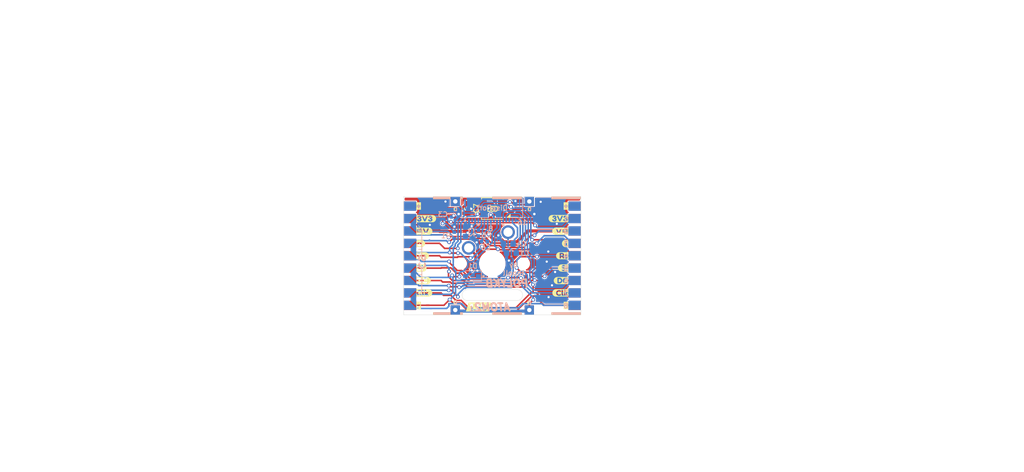
<source format=kicad_pcb>
(kicad_pcb (version 20211014) (generator pcbnew)
  (title_block (title "PolyKB Atom") (date "2022-02-01") (rev "2.1") (company "thpoll"))
  (layers (0 "F.Cu" signal) (31 "B.Cu" signal) (34 "B.Paste" user) (35 "F.Paste" user) (36 "B.SilkS" user "B.Silkscreen") (37 "F.SilkS" user "F.Silkscreen") (38 "B.Mask" user) (39 "F.Mask" user) (44 "Edge.Cuts" user))
  (net 0 "")
  (net 1 "/Keyboard/sheet605ED2EB/GND")
  (net 2 "/Keyboard/sheet605ED2EB/3V3")
  (net 3 "/Keyboard/sheet605ED2EB/4V2")
  (net 4 "Net-(C4-Pad1)")
  (net 5 "Net-(C5-Pad2)")
  (net 6 "Net-(C5-Pad1)")
  (net 7 "Net-(C6-Pad2)")
  (net 8 "Net-(C6-Pad1)")
  (net 9 "/Keyboard/sheet605ED2EB/CS")
  (net 10 "/Keyboard/sheet605ED2EB/RESET")
  (net 11 "/Keyboard/sheet605ED2EB/D-C")
  (net 12 "/Keyboard/sheet605ED2EB/SCLK")
  (net 13 "/Keyboard/sheet605ED2EB/SDIN")
  (net 14 "/Keyboard/sheet605ED2EB/LED_DIN")
  (net 15 "/Keyboard/sheet605ED2EB/5V")
  (net 16 "Net-(D1-Pad2)")
  (net 17 "/Keyboard/sheet605ED2EB/KeyRow")
  (net 18 "/Keyboard/sheet605ED2EB/KeyCol")
  (net 19 "CS8")
  (net 20 "CS7")
  (net 21 "CS6")
  (net 22 "CS5")
  (net 23 "CS4")
  (net 24 "CS3")
  (net 25 "CS2")
  (net 26 "CS1")
  (net 27 "Net-(C1-Pad1)")
  (footprint "poly_kb:AtomConnect2" (layer "F.Cu") (at 88.4555 63.6778 -90)
    (fp_text reference "J3" hide)
    (fp_text value "WestFront")
  )
  (footprint "poly_kb:AtomConnect2" (layer "F.Cu") (at 114.9985 63.6778 -90)
    (fp_text reference "J4" hide)
    (fp_text value "EastFront")
  )
  (footprint "poly_kb:WS2812B-Mini" (layer "F.Cu") (at 101.727 56.0578)
    (fp_text reference "LED1" hide)
    (fp_text value "WS2812B-Mini")
  )
  (footprint "poly_kb:SW_Cherry_MX_1.00u_PCB_NoSilk" (layer "F.Cu") (at 104.267 59.8678)
    (fp_text reference "SW1" hide)
    (fp_text value "SW_Push")
  )
  (footprint "poly_kb:TestPoin_1.5x1.5mm_Drill0.7mm" (layer "F.Cu") (at 107.696 54.9148)
    (fp_text reference "J2" hide)
    (fp_text value "North")
  )
  (footprint "poly_kb:TestPoin_1.5x1.5mm_Drill0.7mm" (layer "F.Cu") (at 95.758 54.9148)
    (fp_text reference "J8" hide)
    (fp_text value "North2")
  )
  (footprint "poly_kb:TestPoin_1.5x1.5mm_Drill0.7mm" (layer "F.Cu") (at 107.696 72.4408)
    (fp_text reference "J9" hide)
    (fp_text value "South2")
  )
  (footprint "poly_kb:TestPoin_1.5x1.5mm_Drill0.7mm" (layer "F.Cu") (at 95.758 72.4408)
    (fp_text reference "J7" hide)
    (fp_text value "South")
  )
  (footprint "kibuzzard-61EFD908" (layer "F.Cu") (at 89.8525 71.7042)
    (fp_text reference "kibuzzard-61EFD908" hide)
    (fp_text value "G***" hide)
  )
  (footprint "Capacitor_SMD:C_0603_1608Metric" (layer "F.Cu") (at 97.7265 56.0448 -90)
    (fp_text reference "C7")
    (fp_text value "100nF")
  )
  (footprint "kibuzzard-61EFBE87" (layer "F.Cu") (at 91.2749 59.7154)
    (fp_text reference "kibuzzard-61EFBE87" hide)
    (fp_text value "G***" hide)
  )
  (footprint "kibuzzard-61EFDAC6" (layer "F.Cu") (at 113.5507 61.6966)
    (fp_text reference "kibuzzard-61EFDAC6" hide)
    (fp_text value "G***" hide)
  )
  (footprint "kibuzzard-61EFBE2C" (layer "F.Cu") (at 90.6653 67.691)
    (fp_text reference "kibuzzard-61EFBE2C" hide)
    (fp_text value "G***" hide)
  )
  (footprint "kibuzzard-61EFD947" (layer "F.Cu") (at 113.6015 55.6514)
    (fp_text reference "kibuzzard-61EFD947" hide)
    (fp_text value "G***" hide)
  )
  (footprint "kibuzzard-61EFA8F1" (layer "F.Cu") (at 112.6871 69.6722)
    (fp_text reference "kibuzzard-61EFA8F1" hide)
    (fp_text value "G***" hide)
  )
  (footprint "kibuzzard-61EFDAA0" (layer "F.Cu") (at 90.2081 61.6966)
    (fp_text reference "kibuzzard-61EFDAA0" hide)
    (fp_text value "G***" hide)
  )
  (footprint "kibuzzard-61EFD7F9" (layer "F.Cu") (at 113.1443 65.659)
    (fp_text reference "kibuzzard-61EFD7F9" hide)
    (fp_text value "G***" hide)
  )
  (footprint "kibuzzard-61EFD863" (layer "F.Cu") (at 112.3823 57.6834)
    (fp_text reference "kibuzzard-61EFD863" hide)
    (fp_text value "G***" hide)
  )
  (footprint "kibuzzard-61EFD879" (layer "F.Cu") (at 91.0815 57.6906)
    (fp_text reference "kibuzzard-61EFD879" hide)
    (fp_text value "G***" hide)
  )
  (footprint "kibuzzard-61EFD908" (layer "F.Cu") (at 113.6015 71.7042)
    (fp_text reference "kibuzzard-61EFD908" hide)
    (fp_text value "G***" hide)
  )
  (footprint "kibuzzard-61EFACF9" (layer "F.Cu") (at 112.1791 59.7154)
    (fp_text reference "kibuzzard-61EFACF9" hide)
    (fp_text value "G***" hide)
  )
  (footprint "kibuzzard-6209778F" (layer "F.Cu") (at 99.502 71.9528)
    (fp_text reference "kibuzzard-6209778F" hide)
    (fp_text value "G***" hide)
  )
  (footprint "kibuzzard-61EFDAEE" (layer "F.Cu") (at 90.491739 63.677507)
    (fp_text reference "kibuzzard-61EFDAEE" hide)
    (fp_text value "G***" hide)
  )
  (footprint "kibuzzard-61EFBE21" (layer "F.Cu") (at 90.3097 65.659)
    (fp_text reference "kibuzzard-61EFBE21" hide)
    (fp_text value "G***" hide)
  )
  (footprint "kibuzzard-61EFABBF" (layer "F.Cu") (at 112.7887 67.691)
    (fp_text reference "kibuzzard-61EFABBF" hide)
    (fp_text value "G***" hide)
  )
  (footprint "kibuzzard-61EFD947" (layer "F.Cu") (at 89.8525 55.6514)
    (fp_text reference "kibuzzard-61EFD947" hide)
    (fp_text value "G***" hide)
  )
  (footprint "kibuzzard-61EFBE3D" (layer "F.Cu") (at 90.7669 69.6722)
    (fp_text reference "kibuzzard-61EFBE3D" hide)
    (fp_text value "G***" hide)
  )
  (footprint "kibuzzard-61EFAA6D" (layer "F.Cu") (at 112.9919 63.6778)
    (fp_text reference "kibuzzard-61EFAA6D" hide)
    (fp_text value "G***" hide)
  )
  (footprint "Capacitor_SMD:C_0603_1608Metric" (layer "B.Cu") (at 104.802 63.2528 180)
    (fp_text reference "C1")
    (fp_text value "2.2uF")
  )
  (footprint "Capacitor_SMD:C_0603_1608Metric" (layer "B.Cu") (at 97.409 59.8046 90)
    (fp_text reference "C2")
    (fp_text value "2.2uF")
  )
  (footprint "Capacitor_SMD:C_0402_1005Metric" (layer "B.Cu") (at 95.123 56.9468 90)
    (fp_text reference "C3" hide)
    (fp_text value "1uF")
  )
  (footprint "Capacitor_SMD:C_0603_1608Metric" (layer "B.Cu") (at 104.302 61.7528 180)
    (fp_text reference "C4")
    (fp_text value "4.7uF")
  )
  (footprint "Capacitor_SMD:C_0402_1005Metric" (layer "B.Cu") (at 99.4918 60.0176 90)
    (fp_text reference "C5")
    (fp_text value "1uF")
  )
  (footprint "Capacitor_SMD:C_0402_1005Metric" (layer "B.Cu") (at 100.457 61.3918)
    (fp_text reference "C6")
    (fp_text value "1uF")
  )
  (footprint "poly_kb:D_SOD-323Ext" (layer "B.Cu") (at 98.425 66.9528 180)
    (fp_text reference "D1")
    (fp_text value "D_Small")
  )
  (footprint "poly_kb:FPC_16_JUSHUO_AFC05_S16FIA_00" (layer "B.Cu") (at 101.727 57.9628)
    (fp_text reference "J1" hide)
    (fp_text value "Conn_01x16")
  )
  (footprint "poly_kb:AtomConnect2" (layer "B.Cu") (at 114.9985 63.6778 -90)
    (fp_text reference "J6" hide)
    (fp_text value "EastBack")
  )
  (footprint "poly_kb:AtomConnectCS" (layer "B.Cu") (at 88.4555 63.6778 -90)
    (fp_text reference "J5" hide)
    (fp_text value "WestBack")
  )
  (footprint "Resistor_SMD:R_0402_1005Metric" (layer "B.Cu") (at 95.602 60.3906 -90)
    (fp_text reference "R1")
    (fp_text value "1M")
  )
  (gr_poly (pts (xy 106.4895 73.2282) (xy 101.727 73.2282) (xy 101.727 72.7964) (xy 106.4895 72.7964)) (layer "B.SilkS") (width 0) (fill solid))
  (gr_poly (pts (xy 94.9706 54.5608) (xy 92.1766 54.5608) (xy 92.1766 54.1274) (xy 94.9706 54.1274)) (layer "B.SilkS") (width 0) (fill solid))
  (gr_poly (pts (xy 96.9645 54.5608) (xy 96.5454 54.5608) (xy 96.5454 54.1274) (xy 96.9645 54.1274)) (layer "B.SilkS") (width 0) (fill solid))
  (gr_poly (pts (xy 96.9645 73.2282) (xy 96.5454 73.2282) (xy 96.5454 72.8091) (xy 96.9645 72.8091)) (layer "B.SilkS") (width 0) (fill solid))
  (gr_poly (pts (xy 94.9706 73.2282) (xy 92.202 73.2282) (xy 92.202 72.788864) (xy 94.9706 72.788864)) (layer "B.SilkS") (width 0) (fill solid))
  (gr_line (start 113.6015 55.3466) (end 113.6015 55.7022) (layer "B.SilkS") (width 0.12))
  (gr_poly (pts (xy 116.0145 54.5608) (xy 111.252 54.5608) (xy 111.252 54.1274) (xy 116.0145 54.1274)) (layer "B.SilkS") (width 0) (fill solid))
  (gr_line (start 90.3605 63.4238) (end 90.3605 59.3598) (layer "B.SilkS") (width 0.12))
  (gr_line (start 103.502 58.4778) (end 103.502 58.9278) (layer "B.SilkS") (width 0.12))
  (gr_line (start 89.8525 66.7258) (end 90.3605 66.7258) (layer "B.SilkS") (width 0.12))
  (gr_line (start 103.327 58.7528) (end 103.677 58.7528) (layer "B.SilkS") (width 0.12))
  (gr_line (start 89.8525 55.3466) (end 89.8525 55.7022) (layer "B.SilkS") (width 0.12))
  (gr_line (start 90.3605 69.5198) (end 89.8525 70.0278) (layer "B.SilkS") (width 0.12))
  (gr_line (start 89.8525 55.7022) (end 89.5985 55.7022) (layer "B.SilkS") (width 0.12))
  (gr_line (start 99.302 58.7528) (end 99.652 58.7528) (layer "B.SilkS") (width 0.12))
  (gr_line (start 113.5507 56.007) (end 113.6523 56.007) (layer "B.SilkS") (width 0.12))
  (gr_line (start 89.8525 55.7022) (end 90.1065 55.7022) (layer "B.SilkS") (width 0.12))
  (gr_line (start 99.402 58.7028) (end 99.552 58.7028) (layer "B.SilkS") (width 0.12))
  (gr_line (start 103.427 58.7028) (end 103.577 58.7028) (layer "B.SilkS") (width 0.12))
  (gr_line (start 99.477 58.4778) (end 99.302 58.7528) (layer "B.SilkS") (width 0.12))
  (gr_line (start 103.677 58.7528) (end 103.502 58.4778) (layer "B.SilkS") (width 0.12))
  (gr_line (start 113.6015 55.7022) (end 113.8555 55.7022) (layer "B.SilkS") (width 0.12))
  (gr_line (start 113.6015 55.7022) (end 113.3475 55.7022) (layer "B.SilkS") (width 0.12))
  (gr_poly (pts (xy 106.4895 54.5608) (xy 101.727 54.5608) (xy 101.727 54.1274) (xy 106.4895 54.1274)) (layer "B.SilkS") (width 0) (fill solid))
  (gr_line (start 89.7001 55.8546) (end 90.0049 55.8546) (layer "B.SilkS") (width 0.12))
  (gr_line (start 89.8525 62.6618) (end 90.3605 62.6618) (layer "B.SilkS") (width 0.12))
  (gr_line (start 99.652 58.7528) (end 99.477 58.4778) (layer "B.SilkS") (width 0.12))
  (gr_line (start 90.3605 65.9638) (end 90.3605 69.5198) (layer "B.SilkS") (width 0.12))
  (gr_line (start 103.502 58.4778) (end 103.327 58.7528) (layer "B.SilkS") (width 0.12))
  (gr_line (start 101.477 58.6528) (end 101.477 58.4778) (layer "B.SilkS") (width 0.12))
  (gr_line (start 90.3605 59.3598) (end 89.8525 58.8518) (layer "B.SilkS") (width 0.12))
  (gr_line (start 113.4491 55.8546) (end 113.7539 55.8546) (layer "B.SilkS") (width 0.12))
  (gr_line (start 99.477 58.4778) (end 99.477 58.9278) (layer "B.SilkS") (width 0.12))
  (gr_line (start 89.8017 56.007) (end 89.9033 56.007) (layer "B.SilkS") (width 0.12))
  (gr_poly (pts (xy 116.0145 73.2282) (xy 111.252 73.2282) (xy 111.252 72.7964) (xy 116.0145 72.7964)) (layer "B.SilkS") (width 0) (fill solid))
  (gr_poly (pts (xy 106.4895 54.5608) (xy 101.727 54.5608) (xy 101.727 54.1274) (xy 106.4895 54.1274)) (layer "F.SilkS") (width 0) (fill solid))
  (gr_line (start 90.0303 59.2582) (end 90.0303 59.309) (layer "F.SilkS") (width 0.12))
  (gr_line (start 112.9919 59.2074) (end 112.9919 60.2234) (layer "F.SilkS") (width 0.135))
  (gr_line (start 113.9063 59.2074) (end 113.9063 60.2234) (layer "F.SilkS") (width 0.135))
  (gr_line (start 113.4745 59.309) (end 113.4237 59.309) (layer "F.SilkS") (width 0.12))
  (gr_line (start 113.4745 59.2582) (end 113.4745 59.309) (layer "F.SilkS") (width 0.12))
  (gr_poly (pts (xy 116.0145 54.5608) (xy 111.252 54.5608) (xy 111.252 54.1274) (xy 116.0145 54.1274)) (layer "F.SilkS") (width 0) (fill solid))
  (gr_line (start 90.2843 59.309) (end 90.2843 59.2074) (layer "F.SilkS") (width 0.12))
  (gr_line (start 113.1697 59.309) (end 113.1697 59.2074) (layer "F.SilkS") (width 0.12))
  (gr_line (start 89.5477 59.2074) (end 90.5129 59.2074) (layer "F.SilkS") (width 0.135))
  (gr_line (start 89.9795 59.309) (end 89.9795 59.2582) (layer "F.SilkS") (width 0.12))
  (gr_line (start 90.4367 59.309) (end 90.2843 59.309) (layer "F.SilkS") (width 0.12))
  (gr_line (start 90.5129 60.2234) (end 89.5477 60.2234) (layer "F.SilkS") (width 0.135))
  (gr_line (start 89.5985 59.309) (end 89.7255 59.309) (layer "F.SilkS") (width 0.12))
  (gr_poly (pts (xy 116.0145 73.2282) (xy 111.252 73.2282) (xy 111.252 72.8218) (xy 116.0145 72.8218)) (layer "F.SilkS") (width 0) (fill solid))
  (gr_line (start 113.2205 59.563) (end 113.6777 59.563) (layer "F.SilkS") (width 0.12))
  (gr_line (start 89.5477 59.2074) (end 89.5477 60.2234) (layer "F.SilkS") (width 0.135))
  (gr_line (start 113.8809 59.309) (end 113.7285 59.309) (layer "F.SilkS") (width 0.12))
  (gr_poly (pts (xy 96.9645 54.5608) (xy 96.5454 54.5608) (xy 96.5454 54.1274) (xy 96.9645 54.1274)) (layer "F.SilkS") (width 0) (fill solid))
  (gr_line (start 89.7763 59.563) (end 90.2335 59.563) (layer "F.SilkS") (width 0.12))
  (gr_line (start 89.7763 59.9694) (end 90.2335 59.9694) (layer "F.SilkS") (width 0.12))
  (gr_poly (pts (xy 94.9706 54.5608) (xy 92.1766 54.5608) (xy 92.1766 54.1274) (xy 94.9706 54.1274)) (layer "F.SilkS") (width 0) (fill solid))
  (gr_line (start 113.6777 59.7662) (end 113.2205 59.7662) (layer "F.SilkS") (width 0.12))
  (gr_line (start 113.7285 59.309) (end 113.7285 59.2074) (layer "F.SilkS") (width 0.12))
  (gr_line (start 90.0303 59.309) (end 89.9795 59.309) (layer "F.SilkS") (width 0.12))
  (gr_line (start 113.9063 60.2234) (end 112.9411 60.2234) (layer "F.SilkS") (width 0.135))
  (gr_line (start 113.0427 59.309) (end 113.1697 59.309) (layer "F.SilkS") (width 0.12))
  (gr_line (start 90.2335 59.7662) (end 89.7763 59.7662) (layer "F.SilkS") (width 0.12))
  (gr_poly (pts (xy 96.9645 73.2282) (xy 96.5454 73.2282) (xy 96.5454 72.8218) (xy 96.9645 72.8218)) (layer "F.SilkS") (width 0) (fill solid))
  (gr_line (start 89.7255 59.309) (end 89.7255 59.2074) (layer "F.SilkS") (width 0.12))
  (gr_poly (pts (xy 106.4895 73.2282) (xy 101.727 73.2282) (xy 101.727 72.8218) (xy 106.4895 72.8218)) (layer "F.SilkS") (width 0) (fill solid))
  (gr_line (start 113.2205 59.9694) (end 113.6777 59.9694) (layer "F.SilkS") (width 0.12))
  (gr_line (start 90.4621 59.2074) (end 90.4621 60.2234) (layer "F.SilkS") (width 0.135))
  (gr_line (start 113.4237 59.309) (end 113.4237 59.2582) (layer "F.SilkS") (width 0.12))
  (gr_line (start 112.9411 59.2074) (end 113.9063 59.2074) (layer "F.SilkS") (width 0.135))
  (gr_poly (pts (xy 94.9706 73.2282) (xy 92.1766 73.2282) (xy 92.1766 72.8218) (xy 94.9706 72.8218)) (layer "F.SilkS") (width 0) (fill solid))
  (gr_line (start 116.0145 54.1528) (end 87.4395 54.1528) (layer "Edge.Cuts") (width 0.05))
  (gr_line (start 87.4395 54.1528) (end 87.4395 73.2028) (layer "Edge.Cuts") (width 0.05))
  (gr_line (start 116.0145 54.1528) (end 116.0145 73.2028) (layer "Edge.Cuts") (width 0.05))
  (gr_line (start 116.0145 73.2028) (end 87.4395 73.2028) (layer "Edge.Cuts") (width 0.05))
  (gr_arc (start 105.718 69.1388) (mid 106.607 70.0278) (end 105.718 70.9168) (layer "Edge.Cuts") (width 0.05))
  (gr_line (start 105.718 69.1388) (end 97.736 69.1388) (layer "Edge.Cuts") (width 0.05))
  (gr_arc (start 97.736 70.9168) (mid 96.847 70.0278) (end 97.736 69.1388) (layer "Edge.Cuts") (width 0.05))
  (gr_line (start 105.718 70.9168) (end 97.736 70.9168) (layer "Edge.Cuts") (width 0.05))
  (gr_text "ATOM2" (at 101.7778 71.9963) (layer "B.SilkS") (effects (font (size 1.2 1.2) (thickness 0.3) italic) (justify mirror)))
  (gr_text "1" (at 113.6015 57.7088) (layer "B.SilkS") (effects (font (size 0.8 0.8) (thickness 0.153)) (justify mirror)))
  (gr_text "c" (at 95.7834 71.12) (layer "B.SilkS") (effects (font (size 0.8 0.8) (thickness 0.153)) (justify mirror)))
  (gr_text "c" (at 107.7214 71.1454) (layer "B.SilkS") (effects (font (size 0.8 0.8) (thickness 0.153)) (justify mirror)))
  (gr_text "c" (at 95.7834 56.0578) (layer "B.SilkS") (effects (font (size 0.8 0.8) (thickness 0.153)) (justify mirror)))
  (gr_text ".1" (at 98.5012 72.2503) (layer "B.SilkS") (effects (font (size 0.8 0.8) (thickness 0.153)) (justify mirror)))
  (gr_text "4" (at 113.6015 63.741299) (layer "B.SilkS") (effects (font (size 0.8 0.8) (thickness 0.153)) (justify mirror)))
  (gr_text "POLYKB" (at 104.14 68.1482) (layer "B.SilkS") (effects (font (size 1.2 1.2) (thickness 0.3) italic) (justify mirror)))
  (gr_text "." (at 100.302 66.5028) (layer "B.SilkS") (effects (font (size 1.2 1.2) (thickness 0.25)) (justify mirror)))
  (gr_text "2" (at 113.6015 59.719633) (layer "B.SilkS") (effects (font (size 0.8 0.8) (thickness 0.153)) (justify mirror)))
  (gr_text "5" (at 113.6015 65.752132) (layer "B.SilkS") (effects (font (size 0.8 0.8) (thickness 0.153)) (justify mirror)))
  (gr_text "6" (at 113.6015 67.762965) (layer "B.SilkS") (effects (font (size 0.8 0.8) (thickness 0.153)) (justify mirror)))
  (gr_text "by\nthpoll" (at 105.156 65.8368) (layer "B.SilkS") (effects (font (size 0.8 0.8)) (justify mirror)))
  (gr_text "8" (at 101.477 59.3278) (layer "B.SilkS") (effects (font (size 0.8 0.8) (thickness 0.153)) (justify mirror)))
  (gr_text "16" (at 106.527 58.2778) (layer "B.SilkS") (effects (font (size 0.8 0.8) (thickness 0.153)) (justify mirror)))
  (gr_text "C3" (at 93.752 57.0028) (layer "B.SilkS") (effects (font (size 0.8 0.8)) (justify mirror)))
  (gr_text "c" (at 107.7214 56.0578) (layer "B.SilkS") (effects (font (size 0.8 0.8) (thickness 0.153)) (justify mirror)))
  (gr_text "DispPort" (at 101.6762 55.9562) (layer "B.SilkS") (effects (font (size 0.8 0.8) (thickness 0.153)) (justify mirror)))
  (gr_text "3" (at 113.6015 61.730466) (layer "B.SilkS") (effects (font (size 0.8 0.8) (thickness 0.153)) (justify mirror)))
  (gr_text "CS" (at 90.3605 64.6938 270) (layer "B.SilkS") (effects (font (size 1 1.2) (thickness 0.25)) (justify mirror)))
  (gr_text "." (at 97.352 57.5278) (layer "B.SilkS") (effects (font (size 1.2 1.2) (thickness 0.25)) (justify mirror)))
  (gr_text "8" (at 113.6015 71.755) (layer "B.SilkS") (effects (font (size 0.8 0.8) (thickness 0.153)) (justify mirror)))
  (gr_text "7" (at 113.6015 69.7738) (layer "B.SilkS") (effects (font (size 0.8 0.8) (thickness 0.153)) (justify mirror)))
  (gr_text "c" (at 95.7326 71.0946) (layer "F.SilkS") (effects (font (size 0.8 0.8) (thickness 0.153))))
  (gr_text "c" (at 107.7214 56.0578) (layer "F.SilkS") (effects (font (size 0.8 0.8) (thickness 0.153))))
  (gr_text "c" (at 107.6706 71.1454) (layer "F.SilkS") (effects (font (size 0.8 0.8) (thickness 0.153))))
  (gr_text "E" (at 101.727 56.134) (layer "F.SilkS") (effects (font (size 0.8 0.8))))
  (gr_text "D" (at 102.3112 56.134) (layer "F.SilkS") (effects (font (size 0.8 0.8))))
  (gr_text "L" (at 101.1428 56.134) (layer "F.SilkS") (effects (font (size 0.8 0.8))))
  (gr_text "c" (at 95.7834 56.0578) (layer "F.SilkS") (effects (font (size 0.8 0.8) (thickness 0.153))))
  (segment (start 98.407521 56.0578) (end 98.34306 56.122261) (width 0.5) (layer "F.Cu") (net 1))
  (segment (start 101.092 56.0578) (end 98.407521 56.0578) (width 0.5) (layer "F.Cu") (net 1))
  (segment (start 95.662917 58.91646) (end 95.585745 58.993632) (width 0.2921) (layer "F.Cu") (net 1))
  (segment (start 101.490858 56.0578) (end 102.581996 57.148938) (width 0.5) (layer "F.Cu") (net 1))
  (segment (start 98.405358 58.91646) (end 95.662917 58.91646) (width 0.2921) (layer "F.Cu") (net 1))
  (segment (start 102.581996 57.148938) (end 108.305862 57.148938) (width 0.5) (layer "F.Cu") (net 1))
  (segment (start 101.092 56.0578) (end 101.490858 56.0578) (width 0.5) (layer "F.Cu") (net 1))
  (segment (start 98.405358 58.91646) (end 101.21566 58.91646) (width 0.2921) (layer "F.Cu") (net 1))
  (segment (start 101.21566 58.91646) (end 102.702 60.4028) (width 0.2921) (layer "F.Cu") (net 1))
  (segment (start 97.640496 56.824825) (end 98.34306 56.122261) (width 0.5) (layer "F.Cu") (net 1))
  (segment (start 96.503206 56.824825) (end 97.640496 56.824825) (width 0.5) (layer "F.Cu") (net 1))
  (segment (start 108.305862 57.148938) (end 108.502 56.9528) (width 0.5) (layer "F.Cu") (net 1))
  (via (at 111.352 68.4528) (size 0.6096) (drill 0.3556) (layers "F.Cu" "B.Cu") (net 1))
  (via (at 99.202 61.5188) (size 0.6096) (drill 0.3556) (layers "F.Cu" "B.Cu") (net 1))
  (via (at 110.752 63.0028) (size 0.6096) (drill 0.3556) (layers "F.Cu" "B.Cu") (net 1))
  (via (at 94.177 54.9278) (size 0.6096) (drill 0.3556) (layers "F.Cu" "B.Cu") (net 1))
  (via (at 104.394 64.4652) (size 0.6096) (drill 0.3556) (layers "F.Cu" "B.Cu") (net 1))
  (via (at 110.502 64.6278) (size 0.6096) (drill 0.3556) (layers "F.Cu" "B.Cu") (net 1))
  (via (at 101.092 56.0578) (size 0.6096) (drill 0.3556) (layers "F.Cu" "B.Cu") (net 1))
  (via (at 98.405358 58.91646) (size 0.6096) (drill 0.3556) (layers "F.Cu" "B.Cu") (net 1))
  (via (at 108.502 56.9528) (size 0.8) (drill 0.4) (layers "F.Cu" "B.Cu") (net 1))
  (via (at 105.452 54.8528) (size 0.6096) (drill 0.3556) (layers "F.Cu" "B.Cu") (net 1))
  (via (at 112.127 58.5278) (size 0.6096) (drill 0.3556) (layers "F.Cu" "B.Cu") (net 1))
  (via (at 102.702 60.4028) (size 0.6096) (drill 0.3556) (layers "F.Cu" "B.Cu") (net 1))
  (via (at 98.34306 56.122261) (size 0.6096) (drill 0.3556) (layers "F.Cu" "B.Cu") (net 1))
  (via (at 91.652 58.7028) (size 0.6096) (drill 0.3556) (layers "F.Cu" "B.Cu") (net 1))
  (via (at 111.852 66.3028) (size 0.6096) (drill 0.3556) (layers "F.Cu" "B.Cu") (net 1))
  (via (at 95.607733 58.996357) (size 0.6096) (drill 0.3556) (layers "F.Cu" "B.Cu") (net 1))
  (via (at 96.302 56.9528) (size 0.8) (drill 0.4) (layers "F.Cu" "B.Cu") (net 1))
  (via (at 110.802 70.3528) (size 0.6096) (drill 0.3556) (layers "F.Cu" "B.Cu") (net 1))
  (via (at 99.314 66.0908) (size 0.6096) (drill 0.3556) (layers "F.Cu" "B.Cu") (net 1))
  (via (at 109.527 54.9778) (size 0.6096) (drill 0.3556) (layers "F.Cu" "B.Cu") (net 1))
  (segment (start 102.702 60.7528) (end 102.702 60.4028) (width 0.5) (layer "B.Cu") (net 1))
  (segment (start 103.527 61.6458) (end 103.527 61.5778) (width 0.5) (layer "B.Cu") (net 1))
  (segment (start 98.452 60.7838) (end 99.187 61.5188) (width 0.2921) (layer "B.Cu") (net 1))
  (segment (start 95.23199 56.1848) (end 93.979 56.1848) (width 0.5) (layer "B.Cu") (net 1))
  (segment (start 96.252 57.5528) (end 96.252 57.0028) (width 0.2921) (layer "B.Cu") (net 1))
  (segment (start 112.36325 55.6778) (end 112.15825 55.6778) (width 0.5) (layer "B.Cu") (net 1))
  (segment (start 95.23199 56.1848) (end 95.863181 56.1848) (width 0.5) (layer "B.Cu") (net 1))
  (segment (start 103.527 61.5778) (end 102.702 60.7528) (width 0.5) (layer "B.Cu") (net 1))
  (segment (start 103.5242 62.681) (end 103.5242 61.6458) (width 0.5) (layer "B.Cu") (net 1))
  (segment (start 95.702 58.1028) (end 96.252 57.5528) (width 0.2921) (layer "B.Cu") (net 1))
  (segment (start 96.252 57.0028) (end 96.302 56.9528) (width 0.2921) (layer "B.Cu") (net 1))
  (segment (start 98.977 58.4778) (end 98.53834 58.91646) (width 0.2921) (layer "B.Cu") (net 1))
  (segment (start 96.302 56.623619) (end 96.302 56.9528) (width 0.5) (layer "B.Cu") (net 1))
  (segment (start 97.409 58.8388) (end 97.61881 58.8388) (width 0.2921) (layer "B.Cu") (net 1))
  (segment (start 97.977 57.9628) (end 97.977 58.48061) (width 0.2921) (layer "B.Cu") (net 1))
  (segment (start 98.452 58.963102) (end 98.452 60.7838) (width 0.2921) (layer "B.Cu") (net 1))
  (segment (start 95.23199 56.1848) (end 95.23199 56.35781) (width 0.5) (layer "B.Cu") (net 1))
  (segment (start 97.977 58.48061) (end 98.405358 58.908968) (width 0.2921) (layer "B.Cu") (net 1))
  (segment (start 95.23199 56.35781) (end 95.123 56.4668) (width 0.5) (layer "B.Cu") (net 1))
  (segment (start 98.405358 58.91646) (end 98.452 58.963102) (width 0.2921) (layer "B.Cu") (net 1))
  (segment (start 98.53834 58.91646) (end 98.405358 58.91646) (width 0.2921) (layer "B.Cu") (net 1))
  (segment (start 109.777 55.6778) (end 114.9985 55.6778) (width 0.5) (layer "B.Cu") (net 1))
  (segment (start 108.502 56.9528) (end 109.777 55.6778) (width 0.5) (layer "B.Cu") (net 1))
  (segment (start 104.013 63.1698) (end 103.5242 62.681) (width 0.5) (layer "B.Cu") (net 1))
  (segment (start 93.472 55.6778) (end 88.4555 55.6778) (width 0.5) (layer "B.Cu") (net 1))
  (segment (start 95.863181 56.1848) (end 96.302 56.623619) (width 0.5) (layer "B.Cu") (net 1))
  (segment (start 95.585745 58.993632) (end 95.702 58.877377) (width 0.2921) (layer "B.Cu") (net 1))
  (segment (start 98.405358 58.908968) (end 98.405358 58.91646) (width 0.2921) (layer "B.Cu") (net 1))
  (segment (start 97.61881 58.8388) (end 97.977 58.48061) (width 0.2921) (layer "B.Cu") (net 1))
  (segment (start 93.979 56.1848) (end 93.472 55.6778) (width 0.5) (layer "B.Cu") (net 1))
  (segment (start 95.702 58.877377) (end 95.702 58.1028) (width 0.2921) (layer "B.Cu") (net 1))
  (segment (start 98.977 57.9628) (end 98.977 58.4778) (width 0.2921) (layer "B.Cu") (net 1))
  (segment (start 94.227 57.6778) (end 90.83675 57.6778) (width 0.5) (layer "F.Cu") (net 2))
  (segment (start 101.473 57.0738) (end 101.473 57.5818) (width 0.5) (layer "F.Cu") (net 2))
  (segment (start 90.83675 57.6778) (end 88.4555 57.6778) (width 0.5) (layer "F.Cu") (net 2))
  (segment (start 101.618511 57.727311) (end 101.327489 57.727311) (width 0.5) (layer "F.Cu") (net 2))
  (segment (start 101.473 57.5818) (end 101.327489 57.727311) (width 0.5) (layer "F.Cu") (net 2))
  (segment (start 110.236 57.6778) (end 114.9985 57.6778) (width 0.5) (layer "F.Cu") (net 2))
  (segment (start 93.727 57.9778) (end 93.727 58.4778) (width 0.25) (layer "F.Cu") (net 2))
  (segment (start 95.491142 57.276002) (end 96.015989 57.800849) (width 0.5) (layer "F.Cu") (net 2))
  (segment (start 90.83675 57.6778) (end 91.204001 57.6778) (width 0.25) (layer "F.Cu") (net 2))
  (segment (start 101.473 57.5818) (end 101.618511 57.727311) (width 0.5) (layer "F.Cu") (net 2))
  (segment (start 95.491142 57.229292) (end 94.675508 57.229292) (width 0.5) (layer "F.Cu") (net 2))
  (segment (start 110.112951 57.800849) (end 110.236 57.6778) (width 0.5) (layer "F.Cu") (net 2))
  (segment (start 101.327489 57.727311) (end 101.277489 57.777311) (width 0.5) (layer "F.Cu") (net 2))
  (segment (start 94.675508 57.229292) (end 94.227 57.6778) (width 0.5) (layer "F.Cu") (net 2))
  (segment (start 95.491142 57.229292) (end 95.491142 57.276002) (width 0.5) (layer "F.Cu") (net 2))
  (segment (start 96.015989 57.800849) (end 110.112951 57.800849) (width 0.5) (layer "F.Cu") (net 2))
  (via (at 93.727 58.4778) (size 0.6096) (drill 0.3556) (layers "F.Cu" "B.Cu") (net 2))
  (via (at 101.473 57.0738) (size 0.6096) (drill 0.3556) (layers "F.Cu" "B.Cu") (net 2))
  (via (at 95.491142 57.229292) (size 0.6096) (drill 0.3556) (layers "F.Cu" "B.Cu") (net 2))
  (segment (start 95.123 57.4268) (end 95.293634 57.4268) (width 0.3) (layer "B.Cu") (net 2))
  (segment (start 95.293634 57.4268) (end 95.491142 57.229292) (width 0.3) (layer "B.Cu") (net 2))
  (segment (start 101.977 57.9628) (end 101.977 57.2778) (width 0.3) (layer "B.Cu") (net 2))
  (segment (start 95.644 59.8806) (end 94.2412 58.4778) (width 0.25) (layer "B.Cu") (net 2))
  (segment (start 94.2412 58.4778) (end 93.727 58.4778) (width 0.25) (layer "B.Cu") (net 2))
  (segment (start 101.773 57.0738) (end 101.473 57.0738) (width 0.3) (layer "B.Cu") (net 2))
  (segment (start 101.977 57.2778) (end 101.773 57.0738) (width 0.3) (layer "B.Cu") (net 2))
  (segment (start 93.281 59.7408) (end 93.218 59.6778) (width 0.5) (layer "F.Cu") (net 3))
  (segment (start 100.633388 59.7408) (end 93.281 59.7408) (width 0.5) (layer "F.Cu") (net 3))
  (segment (start 103.258701 61.109501) (end 103.587666 61.438466) (width 0.5) (layer "F.Cu") (net 3))
  (segment (start 101.128688 60.2361) (end 102.002089 61.109501) (width 0.5) (layer "F.Cu") (net 3))
  (segment (start 105.696134 61.438466) (end 107.4568 59.6778) (width 0.5) (layer "F.Cu") (net 3))
  (segment (start 97.752 59.8044) (end 97.752 60.0028) (width 0.5) (layer "F.Cu") (net 3))
  (segment (start 93.218 59.6778) (end 88.4555 59.6778) (width 0.5) (layer "F.Cu") (net 3))
  (segment (start 101.128688 60.2361) (end 100.633388 59.7408) (width 0.5) (layer "F.Cu") (net 3))
  (segment (start 102.002089 61.109501) (end 103.258701 61.109501) (width 0.5) (layer "F.Cu") (net 3))
  (segment (start 107.4568 59.6778) (end 114.9985 59.6778) (width 0.5) (layer "F.Cu") (net 3))
  (segment (start 103.587666 61.438466) (end 105.696134 61.438466) (width 0.5) (layer "F.Cu") (net 3))
  (via (at 101.128688 60.2361) (size 0.6096) (drill 0.3556) (layers "F.Cu" "B.Cu") (net 3))
  (via (at 97.752 60.0028) (size 0.6096) (drill 0.3556) (layers "F.Cu" "B.Cu") (net 3))
  (segment (start 101.477 57.9628) (end 101.477 59.571705) (width 0.3) (layer "B.Cu") (net 3))
  (segment (start 101.128688 59.920017) (end 101.128688 60.2361) (width 0.3) (layer "B.Cu") (net 3))
  (segment (start 97.409 60.3888) (end 97.752 60.0458) (width 0.3) (layer "B.Cu") (net 3))
  (segment (start 97.752 60.0458) (end 97.752 60.0028) (width 0.3) (layer "B.Cu") (net 3))
  (segment (start 101.477 59.571705) (end 101.128688 59.920017) (width 0.3) (layer "B.Cu") (net 3))
  (segment (start 104.977 58.3486) (end 104.977 57.9628) (width 0.254) (layer "B.Cu") (net 4))
  (segment (start 105.794 60.598892) (end 105.794 59.1656) (width 0.254) (layer "B.Cu") (net 4))
  (segment (start 105.794 59.1656) (end 104.977 58.3486) (width 0.254) (layer "B.Cu") (net 4))
  (segment (start 105.296 61.096892) (end 105.794 60.598892) (width 0.254) (layer "B.Cu") (net 4))
  (segment (start 105.296 61.6458) (end 105.296 61.096892) (width 0.254) (layer "B.Cu") (net 4))
  (segment (start 99.4918 59.35762) (end 99.4918 59.5376) (width 0.254) (layer "B.Cu") (net 5))
  (segment (start 99.977 58.87242) (end 99.4918 59.35762) (width 0.254) (layer "B.Cu") (net 5))
  (segment (start 99.977 57.9628) (end 99.977 58.87242) (width 0.254) (layer "B.Cu") (net 5))
  (segment (start 99.477 58.64911) (end 98.90228 59.22383) (width 0.254) (layer "B.Cu") (net 6))
  (segment (start 98.90228 59.90808) (end 99.4918 60.4976) (width 0.254) (layer "B.Cu") (net 6))
  (segment (start 98.90228 59.22383) (end 98.90228 59.90808) (width 0.254) (layer "B.Cu") (net 6))
  (segment (start 99.477 57.9628) (end 99.477 58.64911) (width 0.254) (layer "B.Cu") (net 6))
  (segment (start 100.544987 60.999787) (end 100.937 61.3918) (width 0.254) (layer "B.Cu") (net 7))
  (segment (start 100.977 57.9628) (end 100.977 59.3826) (width 0.254) (layer "B.Cu") (net 7))
  (segment (start 100.977 59.3826) (end 100.544987 59.814613) (width 0.254) (layer "B.Cu") (net 7))
  (segment (start 100.544987 59.814613) (end 100.544987 60.999787) (width 0.254) (layer "B.Cu") (net 7))
  (segment (start 100.437099 59.070541) (end 100.12752 59.38012) (width 0.254) (layer "B.Cu") (net 8))
  (segment (start 100.477 57.9628) (end 100.437099 58.002701) (width 0.254) (layer "B.Cu") (net 8))
  (segment (start 100.12752 61.24128) (end 99.977 61.3918) (width 0.254) (layer "B.Cu") (net 8))
  (segment (start 100.12752 59.38012) (end 100.12752 61.24128) (width 0.254) (layer "B.Cu") (net 8))
  (segment (start 100.437099 58.002701) (end 100.437099 59.070541) (width 0.254) (layer "B.Cu") (net 8))
  (segment (start 96.202 63.2528) (end 94.952 63.2528) (width 0.254) (layer "F.Cu") (net 9))
  (segment (start 94.952 63.2528) (end 94.852 63.1528) (width 0.254) (layer "F.Cu") (net 9))
  (segment (start 95.458198 67.059304) (end 95.251694 66.8528) (width 0.254) (layer "F.Cu") (net 9))
  (segment (start 96.419094 67.059304) (end 95.458198 67.059304) (width 0.254) (layer "F.Cu") (net 9))
  (via (at 96.202 63.2528) (size 0.6096) (drill 0.3556) (layers "F.Cu" "B.Cu") (net 9))
  (via (at 95.251694 66.8528) (size 0.6096) (drill 0.3556) (layers "F.Cu" "B.Cu") (net 9))
  (via (at 94.852 63.1528) (size 0.6096) (drill 0.3556) (layers "F.Cu" "B.Cu") (net 9))
  (via (at 96.419094 67.059304) (size 0.6096) (drill 0.3556) (layers "F.Cu" "B.Cu") (net 9))
  (segment (start 94.852 63.1528) (end 94.835 63.1698) (width 0.254) (layer "B.Cu") (net 9))
  (segment (start 90.2055 67.1778) (end 89.2055 66.1778) (width 0.254) (layer "B.Cu") (net 9))
  (segment (start 95.340179 61.913081) (end 94.852 62.40126) (width 0.254) (layer "B.Cu") (net 9))
  (segment (start 98.53829 64.6938) (end 97.79 64.6938) (width 0.254) (layer "B.Cu") (net 9))
  (segment (start 95.25 66.872615) (end 95.385701 67.008316) (width 0.254) (layer "B.Cu") (net 9))
  (segment (start 95.602 60.9006) (end 95.602 61.354713) (width 0.254) (layer "B.Cu") (net 9))
  (segment (start 97.79 64.6938) (end 97.79 65.4812) (width 0.254) (layer "B.Cu") (net 9))
  (segment (start 89.4805 69.9028) (end 89.2055 70.1778) (width 0.254) (layer "B.Cu") (net 9))
  (segment (start 95.385701 69.594578) (end 95.077479 69.9028) (width 0.254) (layer "B.Cu") (net 9))
  (segment (start 102.477 59.178277) (end 101.712388 59.942889) (width 0.254) (layer "B.Cu") (net 9))
  (segment (start 98.043873 64.6938) (end 96.602873 63.2528) (width 0.254) (layer "B.Cu") (net 9))
  (segment (start 89.852 59.7278) (end 94.546658 59.7278) (width 0.25) (layer "B.Cu") (net 9))
  (segment (start 97.060251 66.210949) (end 96.698651 66.210949) (width 0.254) (layer "B.Cu") (net 9))
  (segment (start 97.79 65.4812) (end 97.060251 66.210949) (width 0.254) (layer "B.Cu") (net 9))
  (segment (start 101.712388 59.942889) (end 101.712388 61.519702) (width 0.254) (layer "B.Cu") (net 9))
  (segment (start 95.340179 61.616532) (end 95.340179 61.913081) (width 0.254) (layer "B.Cu") (net 9))
  (segment (start 95.25 66.8528) (end 95.251694 66.8528) (width 0.254) (layer "B.Cu") (net 9))
  (segment (start 89.2055 63.1698) (end 89.2055 62.1778) (width 0.254) (layer "B.Cu") (net 9))
  (segment (start 94.926694 67.1778) (end 90.2055 67.1778) (width 0.254) (layer "B.Cu") (net 9))
  (segment (start 89.2055 59.0813) (end 89.852 59.7278) (width 0.25) (layer "B.Cu") (net 9))
  (segment (start 95.602 60.783142) (end 95.602 60.9006) (width 0.25) (layer "B.Cu") (net 9))
  (segment (start 96.698651 66.210949) (end 96.419094 66.490506) (width 0.254) (layer "B.Cu") (net 9))
  (segment (start 94.546658 59.7278) (end 95.602 60.783142) (width 0.25) (layer "B.Cu") (net 9))
  (segment (start 95.077479 69.9028) (end 89.4805 69.9028) (width 0.254) (layer "B.Cu") (net 9))
  (segment (start 94.852 62.40126) (end 94.852 63.1528) (width 0.254) (layer "B.Cu") (net 9))
  (segment (start 96.602873 63.2528) (end 96.202 63.2528) (width 0.254) (layer "B.Cu") (net 9))
  (segment (start 95.385701 67.008316) (end 95.385701 69.594578) (width 0.254) (layer "B.Cu") (net 9))
  (segment (start 89.2055 58.1778) (end 89.2055 59.0813) (width 0.25) (layer "B.Cu") (net 9))
  (segment (start 101.712388 61.519702) (end 98.53829 64.6938) (width 0.254) (layer "B.Cu") (net 9))
  (segment (start 102.477 57.9628) (end 102.477 59.178277) (width 0.254) (layer "B.Cu") (net 9))
  (segment (start 96.419094 66.490506) (end 96.419094 67.059304) (width 0.254) (layer "B.Cu") (net 9))
  (segment (start 95.251694 66.8528) (end 94.926694 67.1778) (width 0.254) (layer "B.Cu") (net 9))
  (segment (start 94.835 63.1698) (end 89.2055 63.1698) (width 0.254) (layer "B.Cu") (net 9))
  (segment (start 95.602 61.354713) (end 95.340179 61.616532) (width 0.254) (layer "B.Cu") (net 9))
  (segment (start 102.628242 62.628023) (end 102.712218 62.711999) (width 0.254) (layer "F.Cu") (net 10))
  (segment (start 98.2225 64.0461) (end 98.017679 63.841279) (width 0.254) (layer "F.Cu") (net 10))
  (segment (start 114.735478 63.6778) (end 114.9985 63.6778) (width 0.254) (layer "F.Cu") (net 10))
  (segment (start 108.027 62.2278) (end 109.577 62.2278) (width 0.254) (layer "F.Cu") (net 10))
  (segment (start 96.098809 63.931133) (end 93.471333 63.931133) (width 0.254) (layer "F.Cu") (net 10))
  (segment (start 93.471333 63.931133) (end 93.218 63.6778) (width 0.254) (layer "F.Cu") (net 10))
  (segment (start 109.577 62.2278) (end 110.252 61.5528) (width 0.254) (layer "F.Cu") (net 10))
  (segment (start 93.218 63.6778) (end 88.4555 63.6778) (width 0.254) (layer "F.Cu") (net 10))
  (segment (start 100.474023 62.628023) (end 102.628242 62.628023) (width 0.254) (layer "F.Cu") (net 10))
  (segment (start 100.0506 62.2046) (end 100.474023 62.628023) (width 0.254) (layer "F.Cu") (net 10))
  (segment (start 112.610478 61.5528) (end 114.735478 63.6778) (width 0.254) (layer "F.Cu") (net 10))
  (segment (start 107.542801 62.711999) (end 108.027 62.2278) (width 0.254) (layer "F.Cu") (net 10))
  (segment (start 102.712218 62.711999) (end 107.542801 62.711999) (width 0.254) (layer "F.Cu") (net 10))
  (segment (start 110.252 61.5528) (end 112.610478 61.5528) (width 0.254) (layer "F.Cu") (net 10))
  (segment (start 98.017679 63.841279) (end 96.188663 63.841279) (width 0.254) (layer "F.Cu") (net 10))
  (segment (start 96.188663 63.841279) (end 96.098809 63.931133) (width 0.254) (layer "F.Cu") (net 10))
  (via (at 98.2225 64.0461) (size 0.6096) (drill 0.3556) (layers "F.Cu" "B.Cu") (net 10))
  (via (at 102.628242 62.628023) (size 0.6096) (drill 0.3556) (layers "F.Cu" "B.Cu") (net 10))
  (via (at 100.0506 62.2046) (size 0.6096) (drill 0.3556) (layers "F.Cu" "B.Cu") (net 10))
  (segment (start 102.118299 62.11808) (end 102.628242 62.628023) (width 0.254) (layer "B.Cu") (net 10))
  (segment (start 100.0506 62.44808) (end 98.45258 64.0461) (width 0.254) (layer "B.Cu") (net 10))
  (segment (start 102.118299 60.111022) (end 102.118299 62.11808) (width 0.254) (layer "B.Cu") (net 10))
  (segment (start 102.977 57.9628) (end 102.977 59.252321) (width 0.254) (layer "B.Cu") (net 10))
  (segment (start 102.977 59.252321) (end 102.118299 60.111022) (width 0.254) (layer "B.Cu") (net 10))
  (segment (start 98.45258 64.0461) (end 98.2225 64.0461) (width 0.254) (layer "B.Cu") (net 10))
  (segment (start 100.0506 62.2046) (end 100.0506 62.44808) (width 0.254) (layer "B.Cu") (net 10))
  (segment (start 93.472 67.6778) (end 88.4555 67.6778) (width 0.254) (layer "F.Cu") (net 11))
  (segment (start 97.084152 68.121612) (end 95.146291 68.121612) (width 0.254) (layer "F.Cu") (net 11))
  (segment (start 107.033982 68.7324) (end 97.69494 68.7324) (width 0.254) (layer "F.Cu") (net 11))
  (segment (start 95.146291 68.121612) (end 94.943778 67.919099) (width 0.254) (layer "F.Cu") (net 11))
  (segment (start 108.134035 67.632347) (end 107.033982 68.7324) (width 0.254) (layer "F.Cu") (net 11))
  (segment (start 108.565087 67.632347) (end 108.134035 67.632347) (width 0.254) (layer "F.Cu") (net 11))
  (segment (start 97.69494 68.7324) (end 97.084152 68.121612) (width 0.254) (layer "F.Cu") (net 11))
  (segment (start 93.713299 67.919099) (end 93.472 67.6778) (width 0.254) (layer "F.Cu") (net 11))
  (segment (start 108.61054 67.6778) (end 108.565087 67.632347) (width 0.254) (layer "F.Cu") (net 11))
  (segment (start 94.943778 67.919099) (end 93.713299 67.919099) (width 0.254) (layer "F.Cu") (net 11))
  (segment (start 114.9985 67.6778) (end 108.61054 67.6778) (width 0.254) (layer "F.Cu") (net 11))
  (via (at 108.565086 67.632351) (size 0.6096) (drill 0.3556) (layers "F.Cu" "B.Cu") (net 11))
  (segment (start 108.245644 67.312904) (end 108.565087 67.632347) (width 0.254) (layer "B.Cu") (net 11))
  (segment (start 103.477 56.8478) (end 103.886 56.4388) (width 0.254) (layer "B.Cu") (net 11))
  (segment (start 107.512044 61.310528) (end 107.384044 61.438528) (width 0.254) (layer "B.Cu") (net 11))
  (segment (start 108.213588 66.728595) (end 108.245644 66.760651) (width 0.254) (layer "B.Cu") (net 11))
  (segment (start 107.384044 57.603518) (end 107.512044 57.731518) (width 0.254) (layer "B.Cu") (net 11))
  (segment (start 103.477 57.9628) (end 103.477 56.8478) (width 0.254) (layer "B.Cu") (net 11))
  (segment (start 103.886 56.4388) (end 106.220738 56.4388) (width 0.254) (layer "B.Cu") (net 11))
  (segment (start 107.384044 61.438528) (end 107.384044 63.198224) (width 0.254) (layer "B.Cu") (net 11))
  (segment (start 106.220738 56.4388) (end 107.384044 57.602107) (width 0.254) (layer "B.Cu") (net 11))
  (segment (start 108.213588 66.153432) (end 108.213588 66.728595) (width 0.254) (layer "B.Cu") (net 11))
  (segment (start 107.512044 57.731518) (end 107.512044 61.310528) (width 0.254) (layer "B.Cu") (net 11))
  (segment (start 108.473511 64.287691) (end 108.473511 65.893509) (width 0.254) (layer "B.Cu") (net 11))
  (segment (start 107.384044 63.198224) (end 108.473511 64.287691) (width 0.254) (layer "B.Cu") (net 11))
  (segment (start 108.473511 65.893509) (end 108.213588 66.153432) (width 0.254) (layer "B.Cu") (net 11))
  (segment (start 107.384044 57.602107) (end 107.384044 57.603518) (width 0.254) (layer "B.Cu") (net 11))
  (segment (start 108.245644 66.760651) (end 108.245644 67.312904) (width 0.254) (layer "B.Cu") (net 11))
  (segment (start 114.527 69.6778) (end 114.9985 69.6778) (width 0.254) (layer "F.Cu") (net 12))
  (segment (start 95.043778 70.069099) (end 93.863299 70.069099) (width 0.254) (layer "F.Cu") (net 12))
  (segment (start 105.521445 72.0852) (end 97.909444 72.0852) (width 0.254) (layer "F.Cu") (net 12))
  (segment (start 96.716344 70.8921) (end 95.866779 70.8921) (width 0.254) (layer "F.Cu") (net 12))
  (segment (start 107.928845 69.6778) (end 105.521445 72.0852) (width 0.254) (layer "F.Cu") (net 12))
  (segment (start 108.302 69.6028) (end 108.302 68.364033) (width 0.254) (layer "F.Cu") (net 12))
  (segment (start 93.863299 70.069099) (end 93.472 69.6778) (width 0.254) (layer "F.Cu") (net 12))
  (segment (start 110.402 71.2528) (end 112.952 71.2528) (width 0.254) (layer "F.Cu") (net 12))
  (segment (start 93.472 69.6778) (end 88.4555 69.6778) (width 0.254) (layer "F.Cu") (net 12))
  (segment (start 95.866779 70.8921) (end 95.043778 70.069099) (width 0.254) (layer "F.Cu") (net 12))
  (segment (start 97.909444 72.0852) (end 96.716344 70.8921) (width 0.254) (layer "F.Cu") (net 12))
  (segment (start 108.302 68.364033) (end 108.277757 68.33979) (width 0.254) (layer "F.Cu") (net 12))
  (segment (start 108.827 69.6778) (end 110.402 71.2528) (width 0.254) (layer "F.Cu") (net 12))
  (segment (start 108.827 69.6778) (end 107.928845 69.6778) (width 0.254) (layer "F.Cu") (net 12))
  (segment (start 112.952 71.2528) (end 114.527 69.6778) (width 0.254) (layer "F.Cu") (net 12))
  (via (at 108.277762 68.339792) (size 0.6096) (drill 0.3556) (layers "F.Cu" "B.Cu") (net 12))
  (segment (start 106.954033 57.780223) (end 106.954033 57.780927) (width 0.254) (layer "B.Cu") (net 12))
  (segment (start 108.044 64.4656) (end 108.044 65.7156) (width 0.254) (layer "B.Cu") (net 12))
  (segment (start 108.044 65.7156) (end 107.784067 65.975533) (width 0.254) (layer "B.Cu") (net 12))
  (segment (start 107.816133 66.93856) (end 107.816133 67.709719) (width 0.254) (layer "B.Cu") (net 12))
  (segment (start 107.784067 65.975533) (end 107.784067 66.906494) (width 0.254) (layer "B.Cu") (net 12))
  (segment (start 106.954033 63.375633) (end 108.044 64.4656) (width 0.254) (layer "B.Cu") (net 12))
  (segment (start 106.042624 56.868811) (end 106.954033 57.780223) (width 0.254) (layer "B.Cu") (net 12))
  (segment (start 106.954033 57.780927) (end 107.082533 57.909427) (width 0.254) (layer "B.Cu") (net 12))
  (segment (start 107.082533 57.909427) (end 107.082533 61.132619) (width 0.254) (layer "B.Cu") (net 12))
  (segment (start 104.344989 56.868811) (end 106.042624 56.868811) (width 0.254) (layer "B.Cu") (net 12))
  (segment (start 106.954033 61.261119) (end 106.954033 63.375633) (width 0.254) (layer "B.Cu") (net 12))
  (segment (start 107.816133 67.709719) (end 108.277757 68.171343) (width 0.254) (layer "B.Cu") (net 12))
  (segment (start 108.277757 68.171343) (end 108.277757 68.33979) (width 0.254) (layer "B.Cu") (net 12))
  (segment (start 107.082533 61.132619) (end 106.954033 61.261119) (width 0.254) (layer "B.Cu") (net 12))
  (segment (start 107.784067 66.906494) (end 107.816133 66.93856) (width 0.254) (layer "B.Cu") (net 12))
  (segment (start 103.977 57.2368) (end 104.344989 56.868811) (width 0.254) (layer "B.Cu") (net 12))
  (segment (start 103.977 57.9628) (end 103.977 57.2368) (width 0.254) (layer "B.Cu") (net 12))
  (segment (start 95.926483 66.507812) (end 95.051669 65.632998) (width 0.254) (layer "F.Cu") (net 13))
  (segment (start 107.170429 67.282095) (end 106.579146 67.873378) (width 0.254) (layer "F.Cu") (net 13))
  (segment (start 97.002795 66.825415) (end 97.002795 66.817526) (width 0.254) (layer "F.Cu") (net 13))
  (segment (start 96.660872 66.475603) (end 96.177316 66.475603) (width 0.254) (layer "F.Cu") (net 13))
  (segment (start 108.022278 66.352629) (end 108.697107 65.6778) (width 0.254) (layer "F.Cu") (net 13))
  (segment (start 93.472 65.6778) (end 88.4555 65.6778) (width 0.254) (layer "F.Cu") (net 13))
  (segment (start 93.516802 65.632998) (end 93.472 65.6778) (width 0.254) (layer "F.Cu") (net 13))
  (segment (start 108.697107 65.6778) (end 114.9985 65.6778) (width 0.254) (layer "F.Cu") (net 13))
  (segment (start 96.145107 66.507812) (end 95.926483 66.507812) (width 0.254) (layer "F.Cu") (net 13))
  (segment (start 95.051669 65.632998) (end 93.516802 65.632998) (width 0.254) (layer "F.Cu") (net 13))
  (segment (start 106.362651 66.352629) (end 105.6641 65.654078) (width 0.254) (layer "F.Cu") (net 13))
  (segment (start 107.170429 66.352629) (end 108.022278 66.352629) (width 0.254) (layer "F.Cu") (net 13))
  (segment (start 98.050758 67.873378) (end 97.002795 66.825415) (width 0.254) (layer "F.Cu") (net 13))
  (segment (start 96.177316 66.475603) (end 96.145107 66.507812) (width 0.254) (layer "F.Cu") (net 13))
  (segment (start 106.579146 67.873378) (end 98.050758 67.873378) (width 0.254) (layer "F.Cu") (net 13))
  (segment (start 97.002795 66.817526) (end 96.660872 66.475603) (width 0.254) (layer "F.Cu") (net 13))
  (segment (start 107.170429 66.352629) (end 107.170429 67.282095) (width 0.254) (layer "F.Cu") (net 13))
  (segment (start 107.170429 66.352629) (end 106.362651 66.352629) (width 0.254) (layer "F.Cu") (net 13))
  (via (at 105.664102 65.654072) (size 0.6096) (drill 0.3556) (layers "F.Cu" "B.Cu") (net 13))
  (segment (start 106.653022 58.087336) (end 106.653022 60.95471) (width 0.254) (layer "B.Cu") (net 13))
  (segment (start 106.524022 61.08371) (end 106.524022 63.567277) (width 0.254) (layer "B.Cu") (net 13))
  (segment (start 106.653022 60.95471) (end 106.524022 61.08371) (width 0.254) (layer "B.Cu") (net 13))
  (segment (start 106.524022 63.567277) (end 105.6641 64.427199) (width 0.254) (layer "B.Cu") (net 13))
  (segment (start 104.477 57.483798) (end 104.661976 57.298822) (width 0.254) (layer "B.Cu") (net 13))
  (segment (start 105.864508 57.298822) (end 106.653022 58.087336) (width 0.254) (layer "B.Cu") (net 13))
  (segment (start 104.477 57.9628) (end 104.477 57.483798) (width 0.254) (layer "B.Cu") (net 13))
  (segment (start 104.661976 57.298822) (end 105.864508 57.298822) (width 0.254) (layer "B.Cu") (net 13))
  (segment (start 105.6641 64.427199) (end 105.6641 65.654078) (width 0.254) (layer "B.Cu") (net 13))
  (segment (start 99.352 56.9528) (end 100.257 56.9528) (width 0.254) (layer "F.Cu") (net 14))
  (segment (start 114.9985 61.6778) (end 114.425899 61.105199) (width 0.254) (layer "F.Cu") (net 14))
  (segment (start 93.218 61.6778) (end 88.4555 61.6778) (width 0.254) (layer "F.Cu") (net 14))
  (segment (start 104.387994 55.566978) (end 104.611342 55.790326) (width 0.254) (layer "F.Cu") (net 14))
  (segment (start 104.611342 55.790326) (end 104.73857 55.790326) (width 0.254) (layer "F.Cu") (net 14))
  (segment (start 96.160345 62.492438) (end 94.032638 62.492438) (width 0.254) (layer "F.Cu") (net 14))
  (segment (start 100.257 56.9528) (end 100.262 56.9478) (width 0.254) (layer "F.Cu") (net 14))
  (segment (start 114.425899 61.105199) (end 108.150719 61.1052) (width 0.254) (layer "F.Cu") (net 14))
  (segment (start 103.491178 55.566978) (end 104.387994 55.566978) (width 0.254) (layer "F.Cu") (net 14))
  (segment (start 103.092 55.1678) (end 103.491178 55.566978) (width 0.254) (layer "F.Cu") (net 14))
  (segment (start 94.032638 62.492438) (end 93.218 61.6778) (width 0.254) (layer "F.Cu") (net 14))
  (via (at 99.352 56.9528) (size 0.6096) (drill 0.3556) (layers "F.Cu" "B.Cu") (net 14))
  (via (at 104.73857 55.790326) (size 0.6096) (drill 0.3556) (layers "F.Cu" "B.Cu") (net 14))
  (via (at 108.150719 61.1052) (size 0.6096) (drill 0.3556) (layers "F.Cu" "B.Cu") (net 14))
  (via (at 96.160345 62.492438) (size 0.6096) (drill 0.3556) (layers "F.Cu" "B.Cu") (net 14))
  (segment (start 96.160345 61.944455) (end 96.160345 62.492438) (width 0.254) (layer "B.Cu") (net 14))
  (segment (start 96.65448 58.404821) (end 96.65448 61.45032) (width 0.254) (layer "B.Cu") (net 14))
  (segment (start 97.772189 57.287111) (end 96.65448 58.404821) (width 0.254) (layer "B.Cu") (net 14))
  (segment (start 106.398853 56.008789) (end 107.941555 57.551491) (width 0.254) (layer "B.Cu") (net 14))
  (segment (start 99.017689 57.287111) (end 97.772189 57.287111) (width 0.254) (layer "B.Cu") (net 14))
  (segment (start 107.941555 57.551491) (end 107.941555 60.896036) (width 0.254) (layer "B.Cu") (net 14))
  (segment (start 104.957033 56.008789) (end 106.398853 56.008789) (width 0.254) (layer "B.Cu") (net 14))
  (segment (start 104.73857 55.790326) (end 104.957033 56.008789) (width 0.254) (layer "B.Cu") (net 14))
  (segment (start 96.65448 61.45032) (end 96.160345 61.944455) (width 0.254) (layer "B.Cu") (net 14))
  (segment (start 107.941555 60.896036) (end 108.150719 61.1052) (width 0.254) (layer "B.Cu") (net 14))
  (segment (start 99.352 56.9528) (end 99.017689 57.287111) (width 0.254) (layer "B.Cu") (net 14))
  (segment (start 93.399178 55.6778) (end 93.788089 56.066711) (width 0.5) (layer "F.Cu") (net 15))
  (segment (start 97.787 55.1678) (end 101.5228 55.1678) (width 0.5) (layer "F.Cu") (net 15))
  (segment (start 88.4555 55.6778) (end 93.399178 55.6778) (width 0.5) (layer "F.Cu") (net 15))
  (segment (start 96.888089 56.066711) (end 97.787 55.1678) (width 0.5) (layer "F.Cu") (net 15))
  (segment (start 105.461612 56.066711) (end 109.847089 56.066711) (width 0.5) (layer "F.Cu") (net 15))
  (segment (start 101.5228 55.1678) (end 102.450889 56.095889) (width 0.5) (layer "F.Cu") (net 15))
  (segment (start 104.445844 56.497027) (end 105.031296 56.497027) (width 0.5) (layer "F.Cu") (net 15))
  (segment (start 109.847089 56.066711) (end 110.236 55.6778) (width 0.5) (layer "F.Cu") (net 15))
  (segment (start 104.044706 56.095889) (end 104.445844 56.497027) (width 0.5) (layer "F.Cu") (net 15))
  (segment (start 110.236 55.6778) (end 114.9985 55.6778) (width 0.5) (layer "F.Cu") (net 15))
  (segment (start 102.450889 56.095889) (end 104.044706 56.095889) (width 0.5) (layer "F.Cu") (net 15))
  (segment (start 93.788089 56.066711) (end 96.888089 56.066711) (width 0.5) (layer "F.Cu") (net 15))
  (segment (start 105.031296 56.497027) (end 105.461612 56.066711) (width 0.5) (layer "F.Cu") (net 15))
  (segment (start 99.016999 63.507799) (end 99.016999 65.422601) (width 0.4) (layer "F.Cu") (net 16))
  (segment (start 97.917 62.4078) (end 99.016999 63.507799) (width 0.4) (layer "F.Cu") (net 16))
  (segment (start 99.016999 65.422601) (end 98.3996 66.04) (width 0.4) (layer "F.Cu") (net 16))
  (via (at 98.3996 66.04) (size 0.6096) (drill 0.3556) (layers "F.Cu" "B.Cu") (net 16))
  (segment (start 98.3996 66.1162) (end 98.3996 66.04) (width 0.4) (layer "B.Cu") (net 16))
  (segment (start 97.536 66.9798) (end 98.3996 66.1162) (width 0.4) (layer "B.Cu") (net 16))
  (segment (start 97.325 66.9798) (end 97.536 66.9798) (width 0.25) (layer "B.Cu") (net 16))
  (segment (start 105.699354 72.514711) (end 106.84238 71.371685) (width 0.254) (layer "F.Cu") (net 17))
  (segment (start 94.852 70.7528) (end 95.414998 71.315798) (width 0.254) (layer "F.Cu") (net 17))
  (segment (start 95.414998 71.315798) (end 96.531843 71.315798) (width 0.254) (layer "F.Cu") (net 17))
  (segment (start 96.531843 71.315798) (end 97.730756 72.514711) (width 0.254) (layer "F.Cu") (net 17))
  (segment (start 106.84238 71.371685) (end 106.901552 71.371685) (width 0.254) (layer "F.Cu") (net 17))
  (segment (start 93.927 71.6778) (end 88.4555 71.6778) (width 0.254) (layer "F.Cu") (net 17))
  (segment (start 94.852 70.7528) (end 93.927 71.6778) (width 0.254) (layer "F.Cu") (net 17))
  (segment (start 108.068239 70.204998) (end 108.611706 70.204998) (width 0.254) (layer "F.Cu") (net 17))
  (segment (start 108.611706 70.204998) (end 110.084508 71.6778) (width 0.254) (layer "F.Cu") (net 17))
  (segment (start 106.901552 71.371685) (end 108.068239 70.204998) (width 0.254) (layer "F.Cu") (net 17))
  (segment (start 97.730756 72.514711) (end 105.699354 72.514711) (width 0.254) (layer "F.Cu") (net 17))
  (segment (start 91.09075 71.6778) (end 91.54575 71.6778) (width 0.254) (layer "F.Cu") (net 17))
  (segment (start 110.084508 71.6778) (end 114.9985 71.6778) (width 0.254) (layer "F.Cu") (net 17))
  (via (at 94.852 70.7528) (size 0.6096) (drill 0.3556) (layers "F.Cu" "B.Cu") (net 17))
  (segment (start 96.80884 68.057836) (end 96.810239 68.056437) (width 0.254) (layer "B.Cu") (net 17))
  (segment (start 96.810239 68.056437) (end 96.998363 68.056437) (width 0.254) (layer "B.Cu") (net 17))
  (segment (start 95.798 69.8568) (end 95.052 70.6028) (width 0.254) (layer "B.Cu") (net 17))
  (segment (start 104.267 62.21105) (end 104.267 59.8678) (width 0.254) (layer "B.Cu") (net 17))
  (segment (start 95.802 69.8568) (end 95.798 69.8568) (width 0.254) (layer "B.Cu") (net 17))
  (segment (start 95.052 70.6028) (end 94.902 70.7528) (width 0.254) (layer "B.Cu") (net 17))
  (segment (start 104.802 62.74605) (end 104.267 62.21105) (width 0.254) (layer "B.Cu") (net 17))
  (segment (start 104.852993 67.45035) (end 104.85404 67.449303) (width 0.254) (layer "B.Cu") (net 17))
  (segment (start 105.0798 66.4718) (end 105.0798 64.209349) (width 0.254) (layer "B.Cu") (net 17))
  (segment (start 98.657622 67.797178) (end 104.56913 67.797178) (width 0.254) (layer "B.Cu") (net 17))
  (segment (start 94.902 70.7528) (end 94.852 70.7528) (width 0.254) (layer "B.Cu") (net 17))
  (segment (start 104.56913 67.797178) (end 104.851802 67.514506) (width 0.254) (layer "B.Cu") (net 17))
  (segment (start 104.85404 67.449303) (end 104.85404 66.69756) (width 0.254) (layer "B.Cu") (net 17))
  (segment (start 104.852993 67.469713) (end 104.852993 67.45035) (width 0.254) (layer "B.Cu") (net 17))
  (segment (start 104.85404 66.69756) (end 105.0798 66.4718) (width 0.254) (layer "B.Cu") (net 17))
  (segment (start 96.59206 68.057836) (end 96.80884 68.057836) (width 0.254) (layer "B.Cu") (net 17))
  (segment (start 96.998363 68.056437) (end 97.002 68.0528) (width 0.254) (layer "B.Cu") (net 17))
  (segment (start 95.802 69.8568) (end 95.802 68.382863) (width 0.254) (layer "B.Cu") (net 17))
  (segment (start 97.098363 68.056437) (end 97.202 67.9528) (width 0.254) (layer "B.Cu") (net 17))
  (segment (start 96.126529 68.058334) (end 96.255295 68.058333) (width 0.254) (layer "B.Cu") (net 17))
  (segment (start 96.255295 68.058333) (end 96.591563 68.058333) (width 0.254) (layer "B.Cu") (net 17))
  (segment (start 104.802 63.931549) (end 104.802 62.74605) (width 0.254) (layer "B.Cu") (net 17))
  (segment (start 96.998363 68.056437) (end 97.098363 68.056437) (width 0.254) (layer "B.Cu") (net 17))
  (segment (start 98.502 67.9528) (end 98.657622 67.797178) (width 0.254) (layer "B.Cu") (net 17))
  (segment (start 104.851802 67.470904) (end 104.852993 67.469713) (width 0.254) (layer "B.Cu") (net 17))
  (segment (start 95.802 68.382863) (end 96.126529 68.058334) (width 0.254) (layer "B.Cu") (net 17))
  (segment (start 105.0798 64.209349) (end 104.802 63.931549) (width 0.254) (layer "B.Cu") (net 17))
  (segment (start 96.591563 68.058333) (end 96.59206 68.057836) (width 0.254) (layer "B.Cu") (net 17))
  (segment (start 104.851802 67.514506) (end 104.851802 67.470904) (width 0.254) (layer "B.Cu") (net 17))
  (segment (start 97.202 67.9528) (end 98.502 67.9528) (width 0.254) (layer "B.Cu") (net 17))
  (segment (start 105.210222 55.436501) (end 104.781729 55.008008) (width 0.254) (layer "F.Cu") (net 18))
  (segment (start 107.696 71.4248) (end 108.331 70.7898) (width 0.254) (layer "F.Cu") (net 18))
  (segment (start 107.174299 55.436501) (end 105.210222 55.436501) (width 0.254) (layer "F.Cu") (net 18))
  (segment (start 107.696 54.9148) (end 107.174299 55.436501) (width 0.254) (layer "F.Cu") (net 18))
  (segment (start 106.263813 67.2085) (end 104.269739 67.2085) (width 0.254) (layer "F.Cu") (net 18))
  (segment (start 104.781729 55.008008) (end 104.556099 55.008008) (width 0.254) (layer "F.Cu") (net 18))
  (segment (start 106.340755 67.285442) (end 106.263813 67.2085) (width 0.254) (layer "F.Cu") (net 18))
  (segment (start 107.696 72.4408) (end 107.696 71.4248) (width 0.254) (layer "F.Cu") (net 18))
  (via (at 106.340755 67.285442) (size 0.6096) (drill 0.3556) (layers "F.Cu" "B.Cu") (net 18))
  (via (at 104.556099 55.008008) (size 0.6096) (drill 0.3556) (layers "F.Cu" "B.Cu") (net 18))
  (via (at 108.331 70.7898) (size 0.6096) (drill 0.3556) (layers "F.Cu" "B.Cu") (net 18))
  (via (at 104.269739 67.2085) (size 0.6096) (drill 0.3556) (layers "F.Cu" "B.Cu") (net 18))
  (segment (start 104.496907 55.0672) (end 100.3876 55.0672) (width 0.254) (layer "B.Cu") (net 18))
  (segment (start 95.435701 65.826317) (end 95.435701 62.391603) (width 0.254) (layer "B.Cu") (net 18))
  (segment (start 95.74609 62.081214) (end 95.74609 61.784666) (width 0.254) (layer "B.Cu") (net 18))
  (segment (start 96.20092 61.329836) (end 96.20092 58.23708) (width 0.254) (layer "B.Cu") (net 18))
  (segment (start 95.961453 67.652423) (end 95.835394 67.526364) (width 0.254) (layer "B.Cu") (net 18))
  (segment (start 95.435701 62.391603) (end 95.74609 62.081214) (width 0.254) (layer "B.Cu") (net 18))
  (segment (start 96.640706 67.651926) (end 96.423926 67.651926) (width 0.254) (layer "B.Cu") (net 18))
  (segment (start 108.331 70.7898) (end 108.331 70.4342) (width 0.254) (layer "B.Cu") (net 18))
  (segment (start 97.1686 57.2694) (end 97.1686 56.7862) (width 0.254) (layer "B.Cu") (net 18))
  (segment (start 106.5276 68.6308) (end 106.5276 67.472287) (width 0.254) (layer "B.Cu") (net 18))
  (segment (start 98.173222 67.3906) (end 98.211022 67.3528) (width 0.25) (layer "B.Cu") (net 18))
  (segment (start 96.974 56.1308) (end 95.758 54.9148) (width 0.254) (layer "B.Cu") (net 18))
  (segment (start 100.3876 55.0672) (end 98.6686 56.7862) (width 0.254) (layer "B.Cu") (net 18))
  (segment (start 95.931911 72.614711) (end 95.758 72.4408) (width 0.5) (layer "B.Cu") (net 18))
  (segment (start 98.173222 67.3906) (end 98.029511 67.534311) (width 0.254) (layer "B.Cu") (net 18))
  (segment (start 96.423429 67.652423) (end 95.961453 67.652423) (width 0.254) (layer "B.Cu") (net 18))
  (segment (start 100.502 67.3528) (end 100.5398 67.3906) (width 0.25) (layer "B.Cu") (net 18))
  (segment (start 104.087639 67.3906) (end 104.269739 67.2085) (width 0.254) (layer "B.Cu") (net 18))
  (segment (start 107.696 72.4408) (end 107.522089 72.614711) (width 0.5) (layer "B.Cu") (net 18))
  (segment (start 106.5276 67.472287) (end 106.340755 67.285442) (width 0.254) (layer "B.Cu") (net 18))
  (segment (start 95.835394 67.526364) (end 95.835394 66.22601) (width 0.254) (layer "B.Cu") (net 18))
  (segment (start 108.331 70.4342) (end 106.5276 68.6308) (width 0.254) (layer "B.Cu") (net 18))
  (segment (start 107.522089 72.614711) (end 95.931911 72.614711) (width 0.5) (layer "B.Cu") (net 18))
  (segment (start 98.6686 56.7862) (end 97.1686 56.7862) (width 0.254) (layer "B.Cu") (net 18))
  (segment (start 96.758321 67.534311) (end 96.640706 67.651926) (width 0.254) (layer "B.Cu") (net 18))
  (segment (start 96.20092 58.23708) (end 97.1686 57.2694) (width 0.254) (layer "B.Cu") (net 18))
  (segment (start 98.211022 67.3528) (end 100.502 67.3528) (width 0.25) (layer "B.Cu") (net 18))
  (segment (start 95.835394 66.22601) (end 95.435701 65.826317) (width 0.254) (layer "B.Cu") (net 18))
  (segment (start 96.98 56.1308) (end 97.1686 56.3194) (width 0.254) (layer "B.Cu") (net 18))
  (segment (start 96.974 56.1308) (end 96.98 56.1308) (width 0.254) (layer "B.Cu") (net 18))
  (segment (start 96.423926 67.651926) (end 96.423429 67.652423) (width 0.254) (layer "B.Cu") (net 18))
  (segment (start 100.5398 67.3906) (end 104.087639 67.3906) (width 0.254) (layer "B.Cu") (net 18))
  (segment (start 97.1686 56.3194) (end 97.1686 56.7862) (width 0.254) (layer "B.Cu") (net 18))
  (segment (start 95.74609 61.784666) (end 96.20092 61.329836) (width 0.254) (layer "B.Cu") (net 18))
  (segment (start 98.029511 67.534311) (end 96.758321 67.534311) (width 0.254) (layer "B.Cu") (net 18))
  (segment (start 104.556099 55.008008) (end 104.496907 55.0672) (width 0.254) (layer "B.Cu") (net 18))
  (segment (start 106.666489 71.411289) (end 105.992578 72.0852) (width 0.254) (layer "B.Cu") (net 19))
  (segment (start 97.461422 72.0852) (end 96.787511 71.411289) (width 0.254) (layer "B.Cu") (net 19))
  (segment (start 94.361 72.1868) (end 88.4645 72.1868) (width 0.254) (layer "B.Cu") (net 19))
  (segment (start 94.728489 71.819311) (end 94.361 72.1868) (width 0.254) (layer "B.Cu") (net 19))
  (segment (start 91.97975 72.1868) (end 91.59975 72.1868) (width 0.254) (layer "B.Cu") (net 19))
  (segment (start 94.728489 71.411289) (end 94.728489 71.819311) (width 0.254) (layer "B.Cu") (net 19))
  (segment (start 109.715489 71.411289) (end 106.666489 71.411289) (width 0.254) (layer "B.Cu") (net 19))
  (segment (start 105.992578 72.0852) (end 97.461422 72.0852) (width 0.254) (layer "B.Cu") (net 19))
  (segment (start 96.787511 71.411289) (end 94.728489 71.411289) (width 0.254) (layer "B.Cu") (net 19))
  (segment (start 88.4645 72.1868) (end 87.9555 71.6778) (width 0.254) (layer "B.Cu") (net 19))
  (segment (start 114.9985 71.6778) (end 109.982 71.6778) (width 0.254) (layer "B.Cu") (net 19))
  (segment (start 109.982 71.6778) (end 109.715489 71.411289) (width 0.254) (layer "B.Cu") (net 19))
  (segment (start 96.175879 70.308399) (end 95.13328 69.2658) (width 0.254) (layer "F.Cu") (net 20))
  (segment (start 95.13328 69.2658) (end 94.702 69.2658) (width 0.254) (layer "F.Cu") (net 20))
  (via (at 94.702 69.2658) (size 0.6096) (drill 0.3556) (layers "F.Cu" "B.Cu") (net 20))
  (via (at 96.175879 70.308399) (size 0.6096) (drill 0.3556) (layers "F.Cu" "B.Cu") (net 20))
  (segment (start 106.925045 66.964485) (end 106.925045 67.262312) (width 0.254) (layer "B.Cu") (net 20))
  (segment (start 104.784718 68.797844) (end 105.714699 67.867863) (width 0.254) (layer "B.Cu") (net 20))
  (segment (start 97.505044 68.797844) (end 104.784718 68.797844) (width 0.254) (layer "B.Cu") (net 20))
  (segment (start 96.175879 70.056965) (end 96.20791 70.024934) (width 0.254) (layer "B.Cu") (net 20))
  (segment (start 96.207911 69.871624) (end 97.162166 68.917369) (width 0.254) (layer "B.Cu") (net 20))
  (segment (start 106.957111 67.294378) (end 106.957111 68.452891) (width 0.254) (layer "B.Cu") (net 20))
  (segment (start 97.162166 68.917369) (end 97.366373 68.917369) (width 0.254) (layer "B.Cu") (net 20))
  (segment (start 105.714699 67.867863) (end 105.714699 67.093374) (width 0.254) (layer "B.Cu") (net 20))
  (segment (start 105.718023 67.089121) (end 105.727058 67.080086) (width 0.254) (layer "B.Cu") (net 20))
  (segment (start 105.735232 67.06464) (end 106.127161 66.672711) (width 0.254) (layer "B.Cu") (net 20))
  (segment (start 105.735232 67.068562) (end 105.735232 67.06464) (width 0.254) (layer "B.Cu") (net 20))
  (segment (start 106.925045 67.262312) (end 106.957111 67.294378) (width 0.254) (layer "B.Cu") (net 20))
  (segment (start 94.702 69.2658) (end 94.68399 69.24779) (width 0.254) (layer "B.Cu") (net 20))
  (segment (start 106.633271 66.672711) (end 106.925045 66.964485) (width 0.254) (layer "B.Cu") (net 20))
  (segment (start 96.20791 70.024934) (end 96.207911 69.871624) (width 0.254) (layer "B.Cu") (net 20))
  (segment (start 105.714699 67.093374) (end 105.718023 67.09005) (width 0.254) (layer "B.Cu") (net 20))
  (segment (start 97.434629 68.868259) (end 97.505044 68.797844) (width 0.254) (layer "B.Cu") (net 20))
  (segment (start 94.68399 69.24779) (end 88.38551 69.24779) (width 0.254) (layer "B.Cu") (net 20))
  (segment (start 105.727058 67.076736) (end 105.735232 67.068562) (width 0.254) (layer "B.Cu") (net 20))
  (segment (start 106.957111 68.452891) (end 108.18202 69.6778) (width 0.254) (layer "B.Cu") (net 20))
  (segment (start 96.175879 70.308399) (end 96.175879 70.056965) (width 0.254) (layer "B.Cu") (net 20))
  (segment (start 105.727058 67.080086) (end 105.727058 67.076736) (width 0.254) (layer "B.Cu") (net 20))
  (segment (start 97.366373 68.917369) (end 97.415484 68.868258) (width 0.254) (layer "B.Cu") (net 20))
  (segment (start 105.718023 67.09005) (end 105.718023 67.089121) (width 0.254) (layer "B.Cu") (net 20))
  (segment (start 88.38551 69.24779) (end 87.9555 69.6778) (width 0.254) (layer "B.Cu") (net 20))
  (segment (start 108.18202 69.6778) (end 114.9985 69.6778) (width 0.254) (layer "B.Cu") (net 20))
  (segment (start 97.415484 68.868258) (end 97.434629 68.868259) (width 0.254) (layer "B.Cu") (net 20))
  (segment (start 106.127161 66.672711) (end 106.633271 66.672711) (width 0.254) (layer "B.Cu") (net 20))
  (segment (start 96.3857 68.7578) (end 96.309999 68.682099) (width 0.254) (layer "F.Cu") (net 21))
  (segment (start 96.309999 68.682099) (end 94.881299 68.682099) (width 0.254) (layer "F.Cu") (net 21))
  (segment (start 94.881299 68.682099) (end 94.702 68.5028) (width 0.254) (layer "F.Cu") (net 21))
  (via (at 96.3857 68.7578) (size 0.6096) (drill 0.3556) (layers "F.Cu" "B.Cu") (net 21))
  (via (at 94.702 68.5028) (size 0.6096) (drill 0.3556) (layers "F.Cu" "B.Cu") (net 21))
  (segment (start 88.5805 68.3028) (end 87.9555 67.6778) (width 0.254) (layer "B.Cu") (net 21))
  (segment (start 89.902 68.5028) (end 89.702 68.3028) (width 0.254) (layer "B.Cu") (net 21))
  (segment (start 94.702 68.5028) (end 89.902 68.5028) (width 0.254) (layer "B.Cu") (net 21))
  (segment (start 97.266496 68.462348) (end 97.360511 68.368333) (width 0.254) (layer "B.Cu") (net 21))
  (segment (start 113.152 69.2028) (end 114.677 67.6778) (width 0.254) (layer "B.Cu") (net 21))
  (segment (start 105.949252 66.2432) (end 106.81118 66.2432) (width 0.254) (layer "B.Cu") (net 21))
  (segment (start 105.283551 66.908901) (end 105.949252 66.2432) (width 0.254) (layer "B.Cu") (net 21))
  (segment (start 98.836467 68.368333) (end 98.978111 68.226689) (width 0.254) (layer "B.Cu") (net 21))
  (segment (start 98.978111 68.226689) (end 104.747746 68.226689) (width 0.254) (layer "B.Cu") (net 21))
  (segment (start 89.702 68.3028) (end 88.5805 68.3028) (width 0.254) (layer "B.Cu") (net 21))
  (segment (start 97.19824 68.511458) (end 97.24735 68.462348) (width 0.254) (layer "B.Cu") (net 21))
  (segment (start 96.960658 68.511458) (end 97.19824 68.511458) (width 0.254) (layer "B.Cu") (net 21))
  (segment (start 97.360511 68.368333) (end 98.836467 68.368333) (width 0.254) (layer "B.Cu") (net 21))
  (segment (start 107.354556 66.786576) (end 107.354556 67.084403) (width 0.254) (layer "B.Cu") (net 21))
  (segment (start 105.283551 67.690884) (end 105.283551 66.908901) (width 0.254) (layer "B.Cu") (net 21))
  (segment (start 106.81118 66.2432) (end 107.354556 66.786576) (width 0.254) (layer "B.Cu") (net 21))
  (segment (start 107.386622 67.116469) (end 107.386622 68.274982) (width 0.254) (layer "B.Cu") (net 21))
  (segment (start 108.31444 69.2028) (end 113.152 69.2028) (width 0.254) (layer "B.Cu") (net 21))
  (segment (start 96.714316 68.7578) (end 96.960658 68.511458) (width 0.254) (layer "B.Cu") (net 21))
  (segment (start 104.747746 68.226689) (end 105.283551 67.690884) (width 0.254) (layer "B.Cu") (net 21))
  (segment (start 97.24735 68.462348) (end 97.266496 68.462348) (width 0.254) (layer "B.Cu") (net 21))
  (segment (start 96.3857 68.7578) (end 96.714316 68.7578) (width 0.254) (layer "B.Cu") (net 21))
  (segment (start 107.386622 68.274982) (end 108.31444 69.2028) (width 0.254) (layer "B.Cu") (net 21))
  (segment (start 114.677 67.6778) (end 114.9985 67.6778) (width 0.254) (layer "B.Cu") (net 21))
  (segment (start 107.354556 67.084403) (end 107.386622 67.116469) (width 0.254) (layer "B.Cu") (net 21))
  (segment (start 106.837919 68.302889) (end 108.138008 67.0028) (width 0.254) (layer "F.Cu") (net 22))
  (segment (start 94.667993 66.291807) (end 94.667993 67.06927) (width 0.254) (layer "F.Cu") (net 22))
  (segment (start 108.138008 67.0028) (end 110.152 67.0028) (width 0.254) (layer "F.Cu") (net 22))
  (segment (start 94.667993 67.06927) (end 95.290324 67.691601) (width 0.254) (layer "F.Cu") (net 22))
  (segment (start 94.742 66.2178) (end 94.667993 66.291807) (width 0.254) (layer "F.Cu") (net 22))
  (segment (start 97.872849 68.302889) (end 106.837919 68.302889) (width 0.254) (layer "F.Cu") (net 22))
  (segment (start 95.290324 67.691601) (end 97.261561 67.691601) (width 0.254) (layer "F.Cu") (net 22))
  (segment (start 97.261561 67.691601) (end 97.872849 68.302889) (width 0.254) (layer "F.Cu") (net 22))
  (via (at 110.152 67.0028) (size 0.6096) (drill 0.3556) (layers "F.Cu" "B.Cu") (net 22))
  (via (at 94.742 66.2178) (size 0.6096) (drill 0.3556) (layers "F.Cu" "B.Cu") (net 22))
  (segment (start 88.38551 65.24779) (end 87.9555 65.6778) (width 0.254) (layer "B.Cu") (net 22))
  (segment (start 94.333986 65.24779) (end 88.38551 65.24779) (width 0.254) (layer "B.Cu") (net 22))
  (segment (start 114.9985 65.6778) (end 111.477 65.6778) (width 0.254) (layer "B.Cu") (net 22))
  (segment (start 111.477 65.6778) (end 110.152 67.0028) (width 0.254) (layer "B.Cu") (net 22))
  (segment (start 94.742 65.655804) (end 94.333986 65.24779) (width 0.254) (layer "B.Cu") (net 22))
  (segment (start 94.742 66.2178) (end 94.742 65.655804) (width 0.254) (layer "B.Cu") (net 22))
  (segment (start 94.752 64.725202) (end 96.096491 66.069693) (width 0.254) (layer "F.Cu") (net 23))
  (segment (start 98.20318 67.443867) (end 102.5833 67.443867) (width 0.254) (layer "F.Cu") (net 23))
  (segment (start 96.829005 66.069692) (end 98.20318 67.443867) (width 0.254) (layer "F.Cu") (net 23))
  (segment (start 96.096491 66.069693) (end 96.829005 66.069692) (width 0.254) (layer "F.Cu") (net 23))
  (segment (start 94.752 64.6028) (end 94.752 64.725202) (width 0.254) (layer "F.Cu") (net 23))
  (segment (start 106.199367 63.8278) (end 108.927 63.8278) (width 0.254) (layer "F.Cu") (net 23))
  (segment (start 102.5833 67.443867) (end 106.199367 63.8278) (width 0.254) (layer "F.Cu") (net 23))
  (via (at 108.927 63.8278) (size 0.6096) (drill 0.3556) (layers "F.Cu" "B.Cu") (net 23))
  (via (at 94.752 64.6028) (size 0.6096) (drill 0.3556) (layers "F.Cu" "B.Cu") (net 23))
  (segment (start 90.302 64.6028) (end 94.752 64.6028) (width 0.254) (layer "B.Cu") (net 23))
  (segment (start 87.9555 63.6778) (end 88.5555 64.2778) (width 0.254) (layer "B.Cu") (net 23))
  (segment (start 88.5555 64.2778) (end 89.977 64.2778) (width 0.254) (layer "B.Cu") (net 23))
  (segment (start 109.077 63.6778) (end 108.927 63.8278) (width 0.254) (layer "B.Cu") (net 23))
  (segment (start 114.9985 63.6778) (end 109.077 63.6778) (width 0.254) (layer "B.Cu") (net 23))
  (segment (start 89.977 64.2778) (end 90.302 64.6028) (width 0.254) (layer "B.Cu") (net 23))
  (segment (start 100.168095 60.907012) (end 101.305406 62.044323) (width 0.254) (layer "F.Cu") (net 24))
  (segment (start 107.4133 61.6665) (end 108.877 61.6665) (width 0.254) (layer "F.Cu") (net 24))
  (segment (start 95.269375 60.992411) (end 98.161911 60.992412) (width 0.254) (layer "F.Cu") (net 24))
  (segment (start 102.871484 62.044323) (end 103.155649 62.328488) (width 0.254) (layer "F.Cu") (net 24))
  (segment (start 106.751312 62.328488) (end 107.4133 61.6665) (width 0.254) (layer "F.Cu") (net 24))
  (segment (start 98.161911 60.992412) (end 98.247311 60.907012) (width 0.254) (layer "F.Cu") (net 24))
  (segment (start 94.769955 61.491831) (end 95.269375 60.992411) (width 0.254) (layer "F.Cu") (net 24))
  (segment (start 98.247311 60.907012) (end 100.168095 60.907012) (width 0.254) (layer "F.Cu") (net 24))
  (segment (start 101.305406 62.044323) (end 102.871484 62.044323) (width 0.254) (layer "F.Cu") (net 24))
  (segment (start 103.155649 62.328488) (end 106.751312 62.328488) (width 0.254) (layer "F.Cu") (net 24))
  (via (at 94.769955 61.491831) (size 0.6096) (drill 0.3556) (layers "F.Cu" "B.Cu") (net 24))
  (via (at 108.877 61.6665) (size 0.6096) (drill 0.3556) (layers "F.Cu" "B.Cu") (net 24))
  (segment (start 94.769955 61.491831) (end 94.577331 61.491831) (width 0.254) (layer "B.Cu") (net 24))
  (segment (start 113.352 60.4528) (end 110.0907 60.4528) (width 0.254) (layer "B.Cu") (net 24))
  (segment (start 88.38502 61.24828) (end 87.9555 61.6778) (width 0.254) (layer "B.Cu") (net 24))
  (segment (start 94.33378 61.24828) (end 88.38502 61.24828) (width 0.254) (layer "B.Cu") (net 24))
  (segment (start 114.7235 61.4028) (end 114.302 61.4028) (width 0.254) (layer "B.Cu") (net 24))
  (segment (start 114.302 61.4028) (end 113.352 60.4528) (width 0.254) (layer "B.Cu") (net 24))
  (segment (start 114.9985 61.6778) (end 114.7235 61.4028) (width 0.254) (layer "B.Cu") (net 24))
  (segment (start 91.623552 61.214602) (end 91.58675 61.1778) (width 0.3) (layer "B.Cu") (net 24))
  (segment (start 94.577331 61.491831) (end 94.33378 61.24828) (width 0.254) (layer "B.Cu") (net 24))
  (segment (start 110.0907 60.4528) (end 108.877 61.6665) (width 0.254) (layer "B.Cu") (net 24))
  (segment (start 100.40598 60.477501) (end 98.102778 60.477501) (width 0.254) (layer "F.Cu") (net 25))
  (segment (start 94.846865 60.586501) (end 94.699799 60.733567) (width 0.254) (layer "F.Cu") (net 25))
  (segment (start 108.525855 60.3845) (end 107.959113 60.3845) (width 0.254) (layer "F.Cu") (net 25))
  (segment (start 97.993778 60.586501) (end 94.846865 60.586501) (width 0.254) (layer "F.Cu") (net 25))
  (segment (start 101.566891 61.638412) (end 100.40598 60.477501) (width 0.254) (layer "F.Cu") (net 25))
  (segment (start 106.398636 61.944977) (end 103.346183 61.944977) (width 0.254) (layer "F.Cu") (net 25))
  (segment (start 103.346183 61.944977) (end 103.039618 61.638412) (width 0.254) (layer "F.Cu") (net 25))
  (segment (start 98.102778 60.477501) (end 97.993778 60.586501) (width 0.254) (layer "F.Cu") (net 25))
  (segment (start 107.959113 60.3845) (end 106.398636 61.944977) (width 0.254) (layer "F.Cu") (net 25))
  (segment (start 103.039618 61.638412) (end 101.566891 61.638412) (width 0.254) (layer "F.Cu") (net 25))
  (via (at 108.525855 60.3845) (size 0.6096) (drill 0.3556) (layers "F.Cu" "B.Cu") (net 25))
  (via (at 94.699799 60.733567) (size 0.6096) (drill 0.3556) (layers "F.Cu" "B.Cu") (net 25))
  (segment (start 112.36325 59.6778) (end 111.613805 59.6778) (width 0.254) (layer "B.Cu") (net 25))
  (segment (start 94.269032 60.3028) (end 88.5805 60.3028) (width 0.254) (layer "B.Cu") (net 25))
  (segment (start 109.232555 59.6778) (end 114.9985 59.6778) (width 0.254) (layer "B.Cu") (net 25))
  (segment (start 94.699799 60.733567) (end 94.269032 60.3028) (width 0.254) (layer "B.Cu") (net 25))
  (segment (start 91.82075 60.3028) (end 91.887782 60.3028) (width 0.254) (layer "B.Cu") (net 25))
  (segment (start 88.5805 60.3028) (end 87.9555 59.6778) (width 0.254) (layer "B.Cu") (net 25))
  (segment (start 108.525855 60.3845) (end 109.232555 59.6778) (width 0.254) (layer "B.Cu") (net 25))
  (segment (start 95.17896 58.32976) (end 95.052 58.2028) (width 0.254) (layer "F.Cu") (net 26))
  (segment (start 108.16456 58.32976) (end 95.17896 58.32976) (width 0.254) (layer "F.Cu") (net 26))
  (segment (start 108.6104 58.7756) (end 108.16456 58.32976) (width 0.254) (layer "F.Cu") (net 26))
  (via (at 95.052 58.2028) (size 0.6096) (drill 0.3556) (layers "F.Cu" "B.Cu") (net 26))
  (via (at 108.6104 58.7756) (size 0.6096) (drill 0.3556) (layers "F.Cu" "B.Cu") (net 26))
  (segment (start 114.552 57.6778) (end 114.9985 57.6778) (width 0.254) (layer "B.Cu") (net 26))
  (segment (start 94.333986 57.24779) (end 88.38551 57.24779) (width 0.254) (layer "B.Cu") (net 26))
  (segment (start 108.9626 59.1278) (end 113.102 59.1278) (width 0.254) (layer "B.Cu") (net 26))
  (segment (start 108.6104 58.7756) (end 108.9626 59.1278) (width 0.254) (layer "B.Cu") (net 26))
  (segment (start 95.052 58.2028) (end 94.720378 58.2028) (width 0.254) (layer "B.Cu") (net 26))
  (segment (start 94.518689 57.432493) (end 94.333986 57.24779) (width 0.254) (layer "B.Cu") (net 26))
  (segment (start 94.518689 58.001111) (end 94.518689 57.432493) (width 0.254) (layer "B.Cu") (net 26))
  (segment (start 94.720378 58.2028) (end 94.518689 58.001111) (width 0.254) (layer "B.Cu") (net 26))
  (segment (start 88.38551 57.24779) (end 87.9555 57.6778) (width 0.254) (layer "B.Cu") (net 26))
  (segment (start 113.102 59.1278) (end 114.552 57.6778) (width 0.254) (layer "B.Cu") (net 26))
  (segment (start 105.7912 57.9628) (end 106.223511 58.395111) (width 0.254) (layer "B.Cu") (net 27))
  (segment (start 105.577 62.7618) (end 105.577 63.2528) (width 0.254) (layer "B.Cu") (net 27))
  (segment (start 106.094011 60.906301) (end 106.094011 62.244789) (width 0.254) (layer "B.Cu") (net 27))
  (segment (start 106.094011 62.244789) (end 105.577 62.7618) (width 0.254) (layer "B.Cu") (net 27))
  (segment (start 106.223511 60.776801) (end 106.094011 60.906301) (width 0.254) (layer "B.Cu") (net 27))
  (segment (start 105.477 57.9628) (end 105.7912 57.9628) (width 0.254) (layer "B.Cu") (net 27))
  (segment (start 106.223511 58.395111) (end 106.223511 60.776801) (width 0.254) (layer "B.Cu") (net 27))
  (zone (net 1) (net_name "/Keyboard/sheet605ED2EB/GND") (layer "F.Cu") (connect_pads (clearance 0.1524)) (min_thickness 0.2) (fill yes (thermal_gap 0.508) (thermal_bridge_width 0.508))
    (polygon (pts (xy 181.102 92.2528) (xy 22.352 92.2528) (xy 22.352 22.4028) (xy 181.102 22.4028)))
  )
  (zone (net 1) (net_name "/Keyboard/sheet605ED2EB/GND") (layer "B.Cu") (connect_pads (clearance 0.1524)) (min_thickness 0.2) (fill yes (thermal_gap 0.508) (thermal_bridge_width 0.508))
    (polygon (pts (xy 187.452 98.6028) (xy 28.702 98.6028) (xy 28.702 28.7528) (xy 187.452 28.7528)))
  )
)
</source>
